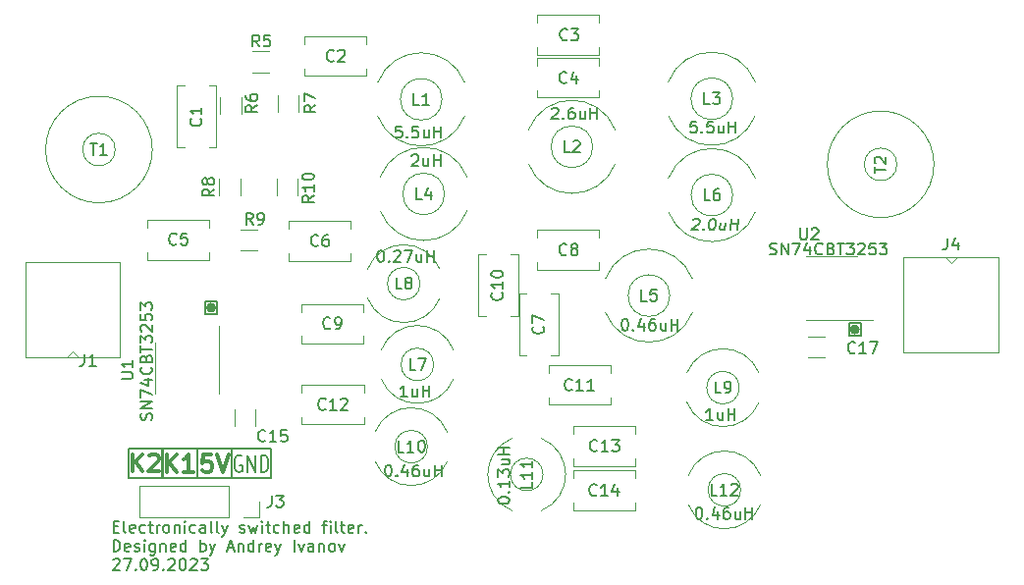
<source format=gbr>
%TF.GenerationSoftware,KiCad,Pcbnew,7.0.1*%
%TF.CreationDate,2023-11-10T11:44:35+00:00*%
%TF.ProjectId,Filter,46696c74-6572-42e6-9b69-6361645f7063,rev?*%
%TF.SameCoordinates,Original*%
%TF.FileFunction,Legend,Top*%
%TF.FilePolarity,Positive*%
%FSLAX45Y45*%
G04 Gerber Fmt 4.5, Leading zero omitted, Abs format (unit mm)*
G04 Created by KiCad (PCBNEW 7.0.1) date 2023-11-10 11:44:35*
%MOMM*%
%LPD*%
G01*
G04 APERTURE LIST*
%ADD10C,0.150000*%
%ADD11C,0.442696*%
%ADD12C,0.300000*%
%ADD13C,0.200000*%
%ADD14C,0.120000*%
G04 APERTURE END LIST*
D10*
X18863000Y-8888500D02*
X18963000Y-8888500D01*
X18963000Y-8995500D01*
X18863000Y-8995500D01*
X18863000Y-8888500D01*
X13311000Y-8701000D02*
X13411000Y-8701000D01*
X13411000Y-8808000D01*
X13311000Y-8808000D01*
X13311000Y-8701000D01*
X12940460Y-9967500D02*
X12943000Y-9967500D01*
X12943000Y-10224500D01*
X12940460Y-10224500D01*
X12940460Y-9967500D01*
X13244000Y-9967000D02*
X13543000Y-9967000D01*
X13543000Y-10224000D01*
X13244000Y-10224000D01*
X13244000Y-9967000D01*
D11*
X18935135Y-8940500D02*
G75*
G03*
X18935135Y-8940500I-22135J0D01*
G01*
D10*
X12651000Y-9968000D02*
X13877000Y-9968000D01*
X13877000Y-10224000D01*
X12651000Y-10224000D01*
X12651000Y-9968000D01*
D11*
X13383135Y-8753000D02*
G75*
G03*
X13383135Y-8753000I-22135J0D01*
G01*
D10*
X12939000Y-9967000D02*
X13241000Y-9967000D01*
X13241000Y-10224000D01*
X12939000Y-10224000D01*
X12939000Y-9967000D01*
D12*
X12684714Y-10166643D02*
X12684714Y-10016643D01*
X12770428Y-10166643D02*
X12706143Y-10080929D01*
X12770428Y-10016643D02*
X12684714Y-10102357D01*
X12827571Y-10030929D02*
X12834714Y-10023786D01*
X12834714Y-10023786D02*
X12849000Y-10016643D01*
X12849000Y-10016643D02*
X12884714Y-10016643D01*
X12884714Y-10016643D02*
X12899000Y-10023786D01*
X12899000Y-10023786D02*
X12906143Y-10030929D01*
X12906143Y-10030929D02*
X12913286Y-10045214D01*
X12913286Y-10045214D02*
X12913286Y-10059500D01*
X12913286Y-10059500D02*
X12906143Y-10080929D01*
X12906143Y-10080929D02*
X12820428Y-10166643D01*
X12820428Y-10166643D02*
X12913286Y-10166643D01*
D10*
X12520809Y-10641381D02*
X12554143Y-10641381D01*
X12568428Y-10693762D02*
X12520809Y-10693762D01*
X12520809Y-10693762D02*
X12520809Y-10593762D01*
X12520809Y-10593762D02*
X12568428Y-10593762D01*
X12625571Y-10693762D02*
X12616048Y-10689000D01*
X12616048Y-10689000D02*
X12611286Y-10679476D01*
X12611286Y-10679476D02*
X12611286Y-10593762D01*
X12701762Y-10689000D02*
X12692238Y-10693762D01*
X12692238Y-10693762D02*
X12673190Y-10693762D01*
X12673190Y-10693762D02*
X12663667Y-10689000D01*
X12663667Y-10689000D02*
X12658905Y-10679476D01*
X12658905Y-10679476D02*
X12658905Y-10641381D01*
X12658905Y-10641381D02*
X12663667Y-10631857D01*
X12663667Y-10631857D02*
X12673190Y-10627095D01*
X12673190Y-10627095D02*
X12692238Y-10627095D01*
X12692238Y-10627095D02*
X12701762Y-10631857D01*
X12701762Y-10631857D02*
X12706524Y-10641381D01*
X12706524Y-10641381D02*
X12706524Y-10650905D01*
X12706524Y-10650905D02*
X12658905Y-10660429D01*
X12792238Y-10689000D02*
X12782714Y-10693762D01*
X12782714Y-10693762D02*
X12763667Y-10693762D01*
X12763667Y-10693762D02*
X12754143Y-10689000D01*
X12754143Y-10689000D02*
X12749381Y-10684238D01*
X12749381Y-10684238D02*
X12744619Y-10674714D01*
X12744619Y-10674714D02*
X12744619Y-10646143D01*
X12744619Y-10646143D02*
X12749381Y-10636619D01*
X12749381Y-10636619D02*
X12754143Y-10631857D01*
X12754143Y-10631857D02*
X12763667Y-10627095D01*
X12763667Y-10627095D02*
X12782714Y-10627095D01*
X12782714Y-10627095D02*
X12792238Y-10631857D01*
X12820810Y-10627095D02*
X12858905Y-10627095D01*
X12835095Y-10593762D02*
X12835095Y-10679476D01*
X12835095Y-10679476D02*
X12839857Y-10689000D01*
X12839857Y-10689000D02*
X12849381Y-10693762D01*
X12849381Y-10693762D02*
X12858905Y-10693762D01*
X12892238Y-10693762D02*
X12892238Y-10627095D01*
X12892238Y-10646143D02*
X12897000Y-10636619D01*
X12897000Y-10636619D02*
X12901762Y-10631857D01*
X12901762Y-10631857D02*
X12911286Y-10627095D01*
X12911286Y-10627095D02*
X12920810Y-10627095D01*
X12968429Y-10693762D02*
X12958905Y-10689000D01*
X12958905Y-10689000D02*
X12954143Y-10684238D01*
X12954143Y-10684238D02*
X12949381Y-10674714D01*
X12949381Y-10674714D02*
X12949381Y-10646143D01*
X12949381Y-10646143D02*
X12954143Y-10636619D01*
X12954143Y-10636619D02*
X12958905Y-10631857D01*
X12958905Y-10631857D02*
X12968429Y-10627095D01*
X12968429Y-10627095D02*
X12982714Y-10627095D01*
X12982714Y-10627095D02*
X12992238Y-10631857D01*
X12992238Y-10631857D02*
X12997000Y-10636619D01*
X12997000Y-10636619D02*
X13001762Y-10646143D01*
X13001762Y-10646143D02*
X13001762Y-10674714D01*
X13001762Y-10674714D02*
X12997000Y-10684238D01*
X12997000Y-10684238D02*
X12992238Y-10689000D01*
X12992238Y-10689000D02*
X12982714Y-10693762D01*
X12982714Y-10693762D02*
X12968429Y-10693762D01*
X13044619Y-10627095D02*
X13044619Y-10693762D01*
X13044619Y-10636619D02*
X13049381Y-10631857D01*
X13049381Y-10631857D02*
X13058905Y-10627095D01*
X13058905Y-10627095D02*
X13073191Y-10627095D01*
X13073191Y-10627095D02*
X13082714Y-10631857D01*
X13082714Y-10631857D02*
X13087476Y-10641381D01*
X13087476Y-10641381D02*
X13087476Y-10693762D01*
X13135095Y-10693762D02*
X13135095Y-10627095D01*
X13135095Y-10593762D02*
X13130333Y-10598524D01*
X13130333Y-10598524D02*
X13135095Y-10603286D01*
X13135095Y-10603286D02*
X13139857Y-10598524D01*
X13139857Y-10598524D02*
X13135095Y-10593762D01*
X13135095Y-10593762D02*
X13135095Y-10603286D01*
X13225571Y-10689000D02*
X13216048Y-10693762D01*
X13216048Y-10693762D02*
X13197000Y-10693762D01*
X13197000Y-10693762D02*
X13187476Y-10689000D01*
X13187476Y-10689000D02*
X13182714Y-10684238D01*
X13182714Y-10684238D02*
X13177952Y-10674714D01*
X13177952Y-10674714D02*
X13177952Y-10646143D01*
X13177952Y-10646143D02*
X13182714Y-10636619D01*
X13182714Y-10636619D02*
X13187476Y-10631857D01*
X13187476Y-10631857D02*
X13197000Y-10627095D01*
X13197000Y-10627095D02*
X13216048Y-10627095D01*
X13216048Y-10627095D02*
X13225571Y-10631857D01*
X13311286Y-10693762D02*
X13311286Y-10641381D01*
X13311286Y-10641381D02*
X13306524Y-10631857D01*
X13306524Y-10631857D02*
X13297000Y-10627095D01*
X13297000Y-10627095D02*
X13277952Y-10627095D01*
X13277952Y-10627095D02*
X13268429Y-10631857D01*
X13311286Y-10689000D02*
X13301762Y-10693762D01*
X13301762Y-10693762D02*
X13277952Y-10693762D01*
X13277952Y-10693762D02*
X13268429Y-10689000D01*
X13268429Y-10689000D02*
X13263667Y-10679476D01*
X13263667Y-10679476D02*
X13263667Y-10669952D01*
X13263667Y-10669952D02*
X13268429Y-10660429D01*
X13268429Y-10660429D02*
X13277952Y-10655667D01*
X13277952Y-10655667D02*
X13301762Y-10655667D01*
X13301762Y-10655667D02*
X13311286Y-10650905D01*
X13373191Y-10693762D02*
X13363667Y-10689000D01*
X13363667Y-10689000D02*
X13358905Y-10679476D01*
X13358905Y-10679476D02*
X13358905Y-10593762D01*
X13425572Y-10693762D02*
X13416048Y-10689000D01*
X13416048Y-10689000D02*
X13411286Y-10679476D01*
X13411286Y-10679476D02*
X13411286Y-10593762D01*
X13454143Y-10627095D02*
X13477953Y-10693762D01*
X13501762Y-10627095D02*
X13477953Y-10693762D01*
X13477953Y-10693762D02*
X13468429Y-10717571D01*
X13468429Y-10717571D02*
X13463667Y-10722333D01*
X13463667Y-10722333D02*
X13454143Y-10727095D01*
X13611286Y-10689000D02*
X13620810Y-10693762D01*
X13620810Y-10693762D02*
X13639857Y-10693762D01*
X13639857Y-10693762D02*
X13649381Y-10689000D01*
X13649381Y-10689000D02*
X13654143Y-10679476D01*
X13654143Y-10679476D02*
X13654143Y-10674714D01*
X13654143Y-10674714D02*
X13649381Y-10665190D01*
X13649381Y-10665190D02*
X13639857Y-10660429D01*
X13639857Y-10660429D02*
X13625572Y-10660429D01*
X13625572Y-10660429D02*
X13616048Y-10655667D01*
X13616048Y-10655667D02*
X13611286Y-10646143D01*
X13611286Y-10646143D02*
X13611286Y-10641381D01*
X13611286Y-10641381D02*
X13616048Y-10631857D01*
X13616048Y-10631857D02*
X13625572Y-10627095D01*
X13625572Y-10627095D02*
X13639857Y-10627095D01*
X13639857Y-10627095D02*
X13649381Y-10631857D01*
X13687476Y-10627095D02*
X13706524Y-10693762D01*
X13706524Y-10693762D02*
X13725572Y-10646143D01*
X13725572Y-10646143D02*
X13744619Y-10693762D01*
X13744619Y-10693762D02*
X13763667Y-10627095D01*
X13801762Y-10693762D02*
X13801762Y-10627095D01*
X13801762Y-10593762D02*
X13797000Y-10598524D01*
X13797000Y-10598524D02*
X13801762Y-10603286D01*
X13801762Y-10603286D02*
X13806524Y-10598524D01*
X13806524Y-10598524D02*
X13801762Y-10593762D01*
X13801762Y-10593762D02*
X13801762Y-10603286D01*
X13835095Y-10627095D02*
X13873191Y-10627095D01*
X13849381Y-10593762D02*
X13849381Y-10679476D01*
X13849381Y-10679476D02*
X13854143Y-10689000D01*
X13854143Y-10689000D02*
X13863667Y-10693762D01*
X13863667Y-10693762D02*
X13873191Y-10693762D01*
X13949381Y-10689000D02*
X13939857Y-10693762D01*
X13939857Y-10693762D02*
X13920810Y-10693762D01*
X13920810Y-10693762D02*
X13911286Y-10689000D01*
X13911286Y-10689000D02*
X13906524Y-10684238D01*
X13906524Y-10684238D02*
X13901762Y-10674714D01*
X13901762Y-10674714D02*
X13901762Y-10646143D01*
X13901762Y-10646143D02*
X13906524Y-10636619D01*
X13906524Y-10636619D02*
X13911286Y-10631857D01*
X13911286Y-10631857D02*
X13920810Y-10627095D01*
X13920810Y-10627095D02*
X13939857Y-10627095D01*
X13939857Y-10627095D02*
X13949381Y-10631857D01*
X13992238Y-10693762D02*
X13992238Y-10593762D01*
X14035095Y-10693762D02*
X14035095Y-10641381D01*
X14035095Y-10641381D02*
X14030334Y-10631857D01*
X14030334Y-10631857D02*
X14020810Y-10627095D01*
X14020810Y-10627095D02*
X14006524Y-10627095D01*
X14006524Y-10627095D02*
X13997000Y-10631857D01*
X13997000Y-10631857D02*
X13992238Y-10636619D01*
X14120810Y-10689000D02*
X14111286Y-10693762D01*
X14111286Y-10693762D02*
X14092238Y-10693762D01*
X14092238Y-10693762D02*
X14082715Y-10689000D01*
X14082715Y-10689000D02*
X14077953Y-10679476D01*
X14077953Y-10679476D02*
X14077953Y-10641381D01*
X14077953Y-10641381D02*
X14082715Y-10631857D01*
X14082715Y-10631857D02*
X14092238Y-10627095D01*
X14092238Y-10627095D02*
X14111286Y-10627095D01*
X14111286Y-10627095D02*
X14120810Y-10631857D01*
X14120810Y-10631857D02*
X14125572Y-10641381D01*
X14125572Y-10641381D02*
X14125572Y-10650905D01*
X14125572Y-10650905D02*
X14077953Y-10660429D01*
X14211286Y-10693762D02*
X14211286Y-10593762D01*
X14211286Y-10689000D02*
X14201762Y-10693762D01*
X14201762Y-10693762D02*
X14182715Y-10693762D01*
X14182715Y-10693762D02*
X14173191Y-10689000D01*
X14173191Y-10689000D02*
X14168429Y-10684238D01*
X14168429Y-10684238D02*
X14163667Y-10674714D01*
X14163667Y-10674714D02*
X14163667Y-10646143D01*
X14163667Y-10646143D02*
X14168429Y-10636619D01*
X14168429Y-10636619D02*
X14173191Y-10631857D01*
X14173191Y-10631857D02*
X14182715Y-10627095D01*
X14182715Y-10627095D02*
X14201762Y-10627095D01*
X14201762Y-10627095D02*
X14211286Y-10631857D01*
X14320810Y-10627095D02*
X14358905Y-10627095D01*
X14335096Y-10693762D02*
X14335096Y-10608048D01*
X14335096Y-10608048D02*
X14339857Y-10598524D01*
X14339857Y-10598524D02*
X14349381Y-10593762D01*
X14349381Y-10593762D02*
X14358905Y-10593762D01*
X14392238Y-10693762D02*
X14392238Y-10627095D01*
X14392238Y-10593762D02*
X14387477Y-10598524D01*
X14387477Y-10598524D02*
X14392238Y-10603286D01*
X14392238Y-10603286D02*
X14397000Y-10598524D01*
X14397000Y-10598524D02*
X14392238Y-10593762D01*
X14392238Y-10593762D02*
X14392238Y-10603286D01*
X14454143Y-10693762D02*
X14444619Y-10689000D01*
X14444619Y-10689000D02*
X14439857Y-10679476D01*
X14439857Y-10679476D02*
X14439857Y-10593762D01*
X14477953Y-10627095D02*
X14516048Y-10627095D01*
X14492238Y-10593762D02*
X14492238Y-10679476D01*
X14492238Y-10679476D02*
X14497000Y-10689000D01*
X14497000Y-10689000D02*
X14506524Y-10693762D01*
X14506524Y-10693762D02*
X14516048Y-10693762D01*
X14587477Y-10689000D02*
X14577953Y-10693762D01*
X14577953Y-10693762D02*
X14558905Y-10693762D01*
X14558905Y-10693762D02*
X14549381Y-10689000D01*
X14549381Y-10689000D02*
X14544619Y-10679476D01*
X14544619Y-10679476D02*
X14544619Y-10641381D01*
X14544619Y-10641381D02*
X14549381Y-10631857D01*
X14549381Y-10631857D02*
X14558905Y-10627095D01*
X14558905Y-10627095D02*
X14577953Y-10627095D01*
X14577953Y-10627095D02*
X14587477Y-10631857D01*
X14587477Y-10631857D02*
X14592238Y-10641381D01*
X14592238Y-10641381D02*
X14592238Y-10650905D01*
X14592238Y-10650905D02*
X14544619Y-10660429D01*
X14635096Y-10693762D02*
X14635096Y-10627095D01*
X14635096Y-10646143D02*
X14639858Y-10636619D01*
X14639858Y-10636619D02*
X14644619Y-10631857D01*
X14644619Y-10631857D02*
X14654143Y-10627095D01*
X14654143Y-10627095D02*
X14663667Y-10627095D01*
X14697000Y-10684238D02*
X14701762Y-10689000D01*
X14701762Y-10689000D02*
X14697000Y-10693762D01*
X14697000Y-10693762D02*
X14692239Y-10689000D01*
X14692239Y-10689000D02*
X14697000Y-10684238D01*
X14697000Y-10684238D02*
X14697000Y-10693762D01*
X12520809Y-10855762D02*
X12520809Y-10755762D01*
X12520809Y-10755762D02*
X12544619Y-10755762D01*
X12544619Y-10755762D02*
X12558905Y-10760524D01*
X12558905Y-10760524D02*
X12568428Y-10770048D01*
X12568428Y-10770048D02*
X12573190Y-10779571D01*
X12573190Y-10779571D02*
X12577952Y-10798619D01*
X12577952Y-10798619D02*
X12577952Y-10812905D01*
X12577952Y-10812905D02*
X12573190Y-10831952D01*
X12573190Y-10831952D02*
X12568428Y-10841476D01*
X12568428Y-10841476D02*
X12558905Y-10851000D01*
X12558905Y-10851000D02*
X12544619Y-10855762D01*
X12544619Y-10855762D02*
X12520809Y-10855762D01*
X12658905Y-10851000D02*
X12649381Y-10855762D01*
X12649381Y-10855762D02*
X12630333Y-10855762D01*
X12630333Y-10855762D02*
X12620809Y-10851000D01*
X12620809Y-10851000D02*
X12616048Y-10841476D01*
X12616048Y-10841476D02*
X12616048Y-10803381D01*
X12616048Y-10803381D02*
X12620809Y-10793857D01*
X12620809Y-10793857D02*
X12630333Y-10789095D01*
X12630333Y-10789095D02*
X12649381Y-10789095D01*
X12649381Y-10789095D02*
X12658905Y-10793857D01*
X12658905Y-10793857D02*
X12663667Y-10803381D01*
X12663667Y-10803381D02*
X12663667Y-10812905D01*
X12663667Y-10812905D02*
X12616048Y-10822429D01*
X12701762Y-10851000D02*
X12711286Y-10855762D01*
X12711286Y-10855762D02*
X12730333Y-10855762D01*
X12730333Y-10855762D02*
X12739857Y-10851000D01*
X12739857Y-10851000D02*
X12744619Y-10841476D01*
X12744619Y-10841476D02*
X12744619Y-10836714D01*
X12744619Y-10836714D02*
X12739857Y-10827190D01*
X12739857Y-10827190D02*
X12730333Y-10822429D01*
X12730333Y-10822429D02*
X12716048Y-10822429D01*
X12716048Y-10822429D02*
X12706524Y-10817667D01*
X12706524Y-10817667D02*
X12701762Y-10808143D01*
X12701762Y-10808143D02*
X12701762Y-10803381D01*
X12701762Y-10803381D02*
X12706524Y-10793857D01*
X12706524Y-10793857D02*
X12716048Y-10789095D01*
X12716048Y-10789095D02*
X12730333Y-10789095D01*
X12730333Y-10789095D02*
X12739857Y-10793857D01*
X12787476Y-10855762D02*
X12787476Y-10789095D01*
X12787476Y-10755762D02*
X12782714Y-10760524D01*
X12782714Y-10760524D02*
X12787476Y-10765286D01*
X12787476Y-10765286D02*
X12792238Y-10760524D01*
X12792238Y-10760524D02*
X12787476Y-10755762D01*
X12787476Y-10755762D02*
X12787476Y-10765286D01*
X12877952Y-10789095D02*
X12877952Y-10870048D01*
X12877952Y-10870048D02*
X12873190Y-10879571D01*
X12873190Y-10879571D02*
X12868428Y-10884333D01*
X12868428Y-10884333D02*
X12858905Y-10889095D01*
X12858905Y-10889095D02*
X12844619Y-10889095D01*
X12844619Y-10889095D02*
X12835095Y-10884333D01*
X12877952Y-10851000D02*
X12868428Y-10855762D01*
X12868428Y-10855762D02*
X12849381Y-10855762D01*
X12849381Y-10855762D02*
X12839857Y-10851000D01*
X12839857Y-10851000D02*
X12835095Y-10846238D01*
X12835095Y-10846238D02*
X12830333Y-10836714D01*
X12830333Y-10836714D02*
X12830333Y-10808143D01*
X12830333Y-10808143D02*
X12835095Y-10798619D01*
X12835095Y-10798619D02*
X12839857Y-10793857D01*
X12839857Y-10793857D02*
X12849381Y-10789095D01*
X12849381Y-10789095D02*
X12868428Y-10789095D01*
X12868428Y-10789095D02*
X12877952Y-10793857D01*
X12925571Y-10789095D02*
X12925571Y-10855762D01*
X12925571Y-10798619D02*
X12930333Y-10793857D01*
X12930333Y-10793857D02*
X12939857Y-10789095D01*
X12939857Y-10789095D02*
X12954143Y-10789095D01*
X12954143Y-10789095D02*
X12963667Y-10793857D01*
X12963667Y-10793857D02*
X12968428Y-10803381D01*
X12968428Y-10803381D02*
X12968428Y-10855762D01*
X13054143Y-10851000D02*
X13044619Y-10855762D01*
X13044619Y-10855762D02*
X13025571Y-10855762D01*
X13025571Y-10855762D02*
X13016048Y-10851000D01*
X13016048Y-10851000D02*
X13011286Y-10841476D01*
X13011286Y-10841476D02*
X13011286Y-10803381D01*
X13011286Y-10803381D02*
X13016048Y-10793857D01*
X13016048Y-10793857D02*
X13025571Y-10789095D01*
X13025571Y-10789095D02*
X13044619Y-10789095D01*
X13044619Y-10789095D02*
X13054143Y-10793857D01*
X13054143Y-10793857D02*
X13058905Y-10803381D01*
X13058905Y-10803381D02*
X13058905Y-10812905D01*
X13058905Y-10812905D02*
X13011286Y-10822429D01*
X13144619Y-10855762D02*
X13144619Y-10755762D01*
X13144619Y-10851000D02*
X13135095Y-10855762D01*
X13135095Y-10855762D02*
X13116048Y-10855762D01*
X13116048Y-10855762D02*
X13106524Y-10851000D01*
X13106524Y-10851000D02*
X13101762Y-10846238D01*
X13101762Y-10846238D02*
X13097000Y-10836714D01*
X13097000Y-10836714D02*
X13097000Y-10808143D01*
X13097000Y-10808143D02*
X13101762Y-10798619D01*
X13101762Y-10798619D02*
X13106524Y-10793857D01*
X13106524Y-10793857D02*
X13116048Y-10789095D01*
X13116048Y-10789095D02*
X13135095Y-10789095D01*
X13135095Y-10789095D02*
X13144619Y-10793857D01*
X13268429Y-10855762D02*
X13268429Y-10755762D01*
X13268429Y-10793857D02*
X13277952Y-10789095D01*
X13277952Y-10789095D02*
X13297000Y-10789095D01*
X13297000Y-10789095D02*
X13306524Y-10793857D01*
X13306524Y-10793857D02*
X13311286Y-10798619D01*
X13311286Y-10798619D02*
X13316048Y-10808143D01*
X13316048Y-10808143D02*
X13316048Y-10836714D01*
X13316048Y-10836714D02*
X13311286Y-10846238D01*
X13311286Y-10846238D02*
X13306524Y-10851000D01*
X13306524Y-10851000D02*
X13297000Y-10855762D01*
X13297000Y-10855762D02*
X13277952Y-10855762D01*
X13277952Y-10855762D02*
X13268429Y-10851000D01*
X13349381Y-10789095D02*
X13373190Y-10855762D01*
X13397000Y-10789095D02*
X13373190Y-10855762D01*
X13373190Y-10855762D02*
X13363667Y-10879571D01*
X13363667Y-10879571D02*
X13358905Y-10884333D01*
X13358905Y-10884333D02*
X13349381Y-10889095D01*
X13506524Y-10827190D02*
X13554143Y-10827190D01*
X13497000Y-10855762D02*
X13530333Y-10755762D01*
X13530333Y-10755762D02*
X13563667Y-10855762D01*
X13597000Y-10789095D02*
X13597000Y-10855762D01*
X13597000Y-10798619D02*
X13601762Y-10793857D01*
X13601762Y-10793857D02*
X13611286Y-10789095D01*
X13611286Y-10789095D02*
X13625571Y-10789095D01*
X13625571Y-10789095D02*
X13635095Y-10793857D01*
X13635095Y-10793857D02*
X13639857Y-10803381D01*
X13639857Y-10803381D02*
X13639857Y-10855762D01*
X13730333Y-10855762D02*
X13730333Y-10755762D01*
X13730333Y-10851000D02*
X13720810Y-10855762D01*
X13720810Y-10855762D02*
X13701762Y-10855762D01*
X13701762Y-10855762D02*
X13692238Y-10851000D01*
X13692238Y-10851000D02*
X13687476Y-10846238D01*
X13687476Y-10846238D02*
X13682714Y-10836714D01*
X13682714Y-10836714D02*
X13682714Y-10808143D01*
X13682714Y-10808143D02*
X13687476Y-10798619D01*
X13687476Y-10798619D02*
X13692238Y-10793857D01*
X13692238Y-10793857D02*
X13701762Y-10789095D01*
X13701762Y-10789095D02*
X13720810Y-10789095D01*
X13720810Y-10789095D02*
X13730333Y-10793857D01*
X13777952Y-10855762D02*
X13777952Y-10789095D01*
X13777952Y-10808143D02*
X13782714Y-10798619D01*
X13782714Y-10798619D02*
X13787476Y-10793857D01*
X13787476Y-10793857D02*
X13797000Y-10789095D01*
X13797000Y-10789095D02*
X13806524Y-10789095D01*
X13877952Y-10851000D02*
X13868429Y-10855762D01*
X13868429Y-10855762D02*
X13849381Y-10855762D01*
X13849381Y-10855762D02*
X13839857Y-10851000D01*
X13839857Y-10851000D02*
X13835095Y-10841476D01*
X13835095Y-10841476D02*
X13835095Y-10803381D01*
X13835095Y-10803381D02*
X13839857Y-10793857D01*
X13839857Y-10793857D02*
X13849381Y-10789095D01*
X13849381Y-10789095D02*
X13868429Y-10789095D01*
X13868429Y-10789095D02*
X13877952Y-10793857D01*
X13877952Y-10793857D02*
X13882714Y-10803381D01*
X13882714Y-10803381D02*
X13882714Y-10812905D01*
X13882714Y-10812905D02*
X13835095Y-10822429D01*
X13916048Y-10789095D02*
X13939857Y-10855762D01*
X13963667Y-10789095D02*
X13939857Y-10855762D01*
X13939857Y-10855762D02*
X13930333Y-10879571D01*
X13930333Y-10879571D02*
X13925572Y-10884333D01*
X13925572Y-10884333D02*
X13916048Y-10889095D01*
X14077953Y-10855762D02*
X14077953Y-10755762D01*
X14116048Y-10789095D02*
X14139857Y-10855762D01*
X14139857Y-10855762D02*
X14163667Y-10789095D01*
X14244619Y-10855762D02*
X14244619Y-10803381D01*
X14244619Y-10803381D02*
X14239857Y-10793857D01*
X14239857Y-10793857D02*
X14230333Y-10789095D01*
X14230333Y-10789095D02*
X14211286Y-10789095D01*
X14211286Y-10789095D02*
X14201762Y-10793857D01*
X14244619Y-10851000D02*
X14235095Y-10855762D01*
X14235095Y-10855762D02*
X14211286Y-10855762D01*
X14211286Y-10855762D02*
X14201762Y-10851000D01*
X14201762Y-10851000D02*
X14197000Y-10841476D01*
X14197000Y-10841476D02*
X14197000Y-10831952D01*
X14197000Y-10831952D02*
X14201762Y-10822429D01*
X14201762Y-10822429D02*
X14211286Y-10817667D01*
X14211286Y-10817667D02*
X14235095Y-10817667D01*
X14235095Y-10817667D02*
X14244619Y-10812905D01*
X14292238Y-10789095D02*
X14292238Y-10855762D01*
X14292238Y-10798619D02*
X14297000Y-10793857D01*
X14297000Y-10793857D02*
X14306524Y-10789095D01*
X14306524Y-10789095D02*
X14320810Y-10789095D01*
X14320810Y-10789095D02*
X14330333Y-10793857D01*
X14330333Y-10793857D02*
X14335095Y-10803381D01*
X14335095Y-10803381D02*
X14335095Y-10855762D01*
X14397000Y-10855762D02*
X14387476Y-10851000D01*
X14387476Y-10851000D02*
X14382714Y-10846238D01*
X14382714Y-10846238D02*
X14377953Y-10836714D01*
X14377953Y-10836714D02*
X14377953Y-10808143D01*
X14377953Y-10808143D02*
X14382714Y-10798619D01*
X14382714Y-10798619D02*
X14387476Y-10793857D01*
X14387476Y-10793857D02*
X14397000Y-10789095D01*
X14397000Y-10789095D02*
X14411286Y-10789095D01*
X14411286Y-10789095D02*
X14420810Y-10793857D01*
X14420810Y-10793857D02*
X14425572Y-10798619D01*
X14425572Y-10798619D02*
X14430333Y-10808143D01*
X14430333Y-10808143D02*
X14430333Y-10836714D01*
X14430333Y-10836714D02*
X14425572Y-10846238D01*
X14425572Y-10846238D02*
X14420810Y-10851000D01*
X14420810Y-10851000D02*
X14411286Y-10855762D01*
X14411286Y-10855762D02*
X14397000Y-10855762D01*
X14463667Y-10789095D02*
X14487476Y-10855762D01*
X14487476Y-10855762D02*
X14511286Y-10789095D01*
X12516048Y-10927286D02*
X12520809Y-10922524D01*
X12520809Y-10922524D02*
X12530333Y-10917762D01*
X12530333Y-10917762D02*
X12554143Y-10917762D01*
X12554143Y-10917762D02*
X12563667Y-10922524D01*
X12563667Y-10922524D02*
X12568428Y-10927286D01*
X12568428Y-10927286D02*
X12573190Y-10936810D01*
X12573190Y-10936810D02*
X12573190Y-10946333D01*
X12573190Y-10946333D02*
X12568428Y-10960619D01*
X12568428Y-10960619D02*
X12511286Y-11017762D01*
X12511286Y-11017762D02*
X12573190Y-11017762D01*
X12606524Y-10917762D02*
X12673190Y-10917762D01*
X12673190Y-10917762D02*
X12630333Y-11017762D01*
X12711286Y-11008238D02*
X12716048Y-11013000D01*
X12716048Y-11013000D02*
X12711286Y-11017762D01*
X12711286Y-11017762D02*
X12706524Y-11013000D01*
X12706524Y-11013000D02*
X12711286Y-11008238D01*
X12711286Y-11008238D02*
X12711286Y-11017762D01*
X12777952Y-10917762D02*
X12787476Y-10917762D01*
X12787476Y-10917762D02*
X12797000Y-10922524D01*
X12797000Y-10922524D02*
X12801762Y-10927286D01*
X12801762Y-10927286D02*
X12806524Y-10936810D01*
X12806524Y-10936810D02*
X12811286Y-10955857D01*
X12811286Y-10955857D02*
X12811286Y-10979667D01*
X12811286Y-10979667D02*
X12806524Y-10998714D01*
X12806524Y-10998714D02*
X12801762Y-11008238D01*
X12801762Y-11008238D02*
X12797000Y-11013000D01*
X12797000Y-11013000D02*
X12787476Y-11017762D01*
X12787476Y-11017762D02*
X12777952Y-11017762D01*
X12777952Y-11017762D02*
X12768428Y-11013000D01*
X12768428Y-11013000D02*
X12763667Y-11008238D01*
X12763667Y-11008238D02*
X12758905Y-10998714D01*
X12758905Y-10998714D02*
X12754143Y-10979667D01*
X12754143Y-10979667D02*
X12754143Y-10955857D01*
X12754143Y-10955857D02*
X12758905Y-10936810D01*
X12758905Y-10936810D02*
X12763667Y-10927286D01*
X12763667Y-10927286D02*
X12768428Y-10922524D01*
X12768428Y-10922524D02*
X12777952Y-10917762D01*
X12858905Y-11017762D02*
X12877952Y-11017762D01*
X12877952Y-11017762D02*
X12887476Y-11013000D01*
X12887476Y-11013000D02*
X12892238Y-11008238D01*
X12892238Y-11008238D02*
X12901762Y-10993952D01*
X12901762Y-10993952D02*
X12906524Y-10974905D01*
X12906524Y-10974905D02*
X12906524Y-10936810D01*
X12906524Y-10936810D02*
X12901762Y-10927286D01*
X12901762Y-10927286D02*
X12897000Y-10922524D01*
X12897000Y-10922524D02*
X12887476Y-10917762D01*
X12887476Y-10917762D02*
X12868428Y-10917762D01*
X12868428Y-10917762D02*
X12858905Y-10922524D01*
X12858905Y-10922524D02*
X12854143Y-10927286D01*
X12854143Y-10927286D02*
X12849381Y-10936810D01*
X12849381Y-10936810D02*
X12849381Y-10960619D01*
X12849381Y-10960619D02*
X12854143Y-10970143D01*
X12854143Y-10970143D02*
X12858905Y-10974905D01*
X12858905Y-10974905D02*
X12868428Y-10979667D01*
X12868428Y-10979667D02*
X12887476Y-10979667D01*
X12887476Y-10979667D02*
X12897000Y-10974905D01*
X12897000Y-10974905D02*
X12901762Y-10970143D01*
X12901762Y-10970143D02*
X12906524Y-10960619D01*
X12949381Y-11008238D02*
X12954143Y-11013000D01*
X12954143Y-11013000D02*
X12949381Y-11017762D01*
X12949381Y-11017762D02*
X12944619Y-11013000D01*
X12944619Y-11013000D02*
X12949381Y-11008238D01*
X12949381Y-11008238D02*
X12949381Y-11017762D01*
X12992238Y-10927286D02*
X12997000Y-10922524D01*
X12997000Y-10922524D02*
X13006524Y-10917762D01*
X13006524Y-10917762D02*
X13030333Y-10917762D01*
X13030333Y-10917762D02*
X13039857Y-10922524D01*
X13039857Y-10922524D02*
X13044619Y-10927286D01*
X13044619Y-10927286D02*
X13049381Y-10936810D01*
X13049381Y-10936810D02*
X13049381Y-10946333D01*
X13049381Y-10946333D02*
X13044619Y-10960619D01*
X13044619Y-10960619D02*
X12987476Y-11017762D01*
X12987476Y-11017762D02*
X13049381Y-11017762D01*
X13111286Y-10917762D02*
X13120809Y-10917762D01*
X13120809Y-10917762D02*
X13130333Y-10922524D01*
X13130333Y-10922524D02*
X13135095Y-10927286D01*
X13135095Y-10927286D02*
X13139857Y-10936810D01*
X13139857Y-10936810D02*
X13144619Y-10955857D01*
X13144619Y-10955857D02*
X13144619Y-10979667D01*
X13144619Y-10979667D02*
X13139857Y-10998714D01*
X13139857Y-10998714D02*
X13135095Y-11008238D01*
X13135095Y-11008238D02*
X13130333Y-11013000D01*
X13130333Y-11013000D02*
X13120809Y-11017762D01*
X13120809Y-11017762D02*
X13111286Y-11017762D01*
X13111286Y-11017762D02*
X13101762Y-11013000D01*
X13101762Y-11013000D02*
X13097000Y-11008238D01*
X13097000Y-11008238D02*
X13092238Y-10998714D01*
X13092238Y-10998714D02*
X13087476Y-10979667D01*
X13087476Y-10979667D02*
X13087476Y-10955857D01*
X13087476Y-10955857D02*
X13092238Y-10936810D01*
X13092238Y-10936810D02*
X13097000Y-10927286D01*
X13097000Y-10927286D02*
X13101762Y-10922524D01*
X13101762Y-10922524D02*
X13111286Y-10917762D01*
X13182714Y-10927286D02*
X13187476Y-10922524D01*
X13187476Y-10922524D02*
X13197000Y-10917762D01*
X13197000Y-10917762D02*
X13220809Y-10917762D01*
X13220809Y-10917762D02*
X13230333Y-10922524D01*
X13230333Y-10922524D02*
X13235095Y-10927286D01*
X13235095Y-10927286D02*
X13239857Y-10936810D01*
X13239857Y-10936810D02*
X13239857Y-10946333D01*
X13239857Y-10946333D02*
X13235095Y-10960619D01*
X13235095Y-10960619D02*
X13177952Y-11017762D01*
X13177952Y-11017762D02*
X13239857Y-11017762D01*
X13273190Y-10917762D02*
X13335095Y-10917762D01*
X13335095Y-10917762D02*
X13301762Y-10955857D01*
X13301762Y-10955857D02*
X13316047Y-10955857D01*
X13316047Y-10955857D02*
X13325571Y-10960619D01*
X13325571Y-10960619D02*
X13330333Y-10965381D01*
X13330333Y-10965381D02*
X13335095Y-10974905D01*
X13335095Y-10974905D02*
X13335095Y-10998714D01*
X13335095Y-10998714D02*
X13330333Y-11008238D01*
X13330333Y-11008238D02*
X13325571Y-11013000D01*
X13325571Y-11013000D02*
X13316047Y-11017762D01*
X13316047Y-11017762D02*
X13287476Y-11017762D01*
X13287476Y-11017762D02*
X13277952Y-11013000D01*
X13277952Y-11013000D02*
X13273190Y-11008238D01*
D12*
X13365143Y-10020643D02*
X13293714Y-10020643D01*
X13293714Y-10020643D02*
X13286571Y-10092071D01*
X13286571Y-10092071D02*
X13293714Y-10084929D01*
X13293714Y-10084929D02*
X13308000Y-10077786D01*
X13308000Y-10077786D02*
X13343714Y-10077786D01*
X13343714Y-10077786D02*
X13358000Y-10084929D01*
X13358000Y-10084929D02*
X13365143Y-10092071D01*
X13365143Y-10092071D02*
X13372286Y-10106357D01*
X13372286Y-10106357D02*
X13372286Y-10142071D01*
X13372286Y-10142071D02*
X13365143Y-10156357D01*
X13365143Y-10156357D02*
X13358000Y-10163500D01*
X13358000Y-10163500D02*
X13343714Y-10170643D01*
X13343714Y-10170643D02*
X13308000Y-10170643D01*
X13308000Y-10170643D02*
X13293714Y-10163500D01*
X13293714Y-10163500D02*
X13286571Y-10156357D01*
X13415143Y-10020643D02*
X13465143Y-10170643D01*
X13465143Y-10170643D02*
X13515143Y-10020643D01*
D13*
X13626809Y-10030786D02*
X13616333Y-10023643D01*
X13616333Y-10023643D02*
X13600619Y-10023643D01*
X13600619Y-10023643D02*
X13584905Y-10030786D01*
X13584905Y-10030786D02*
X13574428Y-10045071D01*
X13574428Y-10045071D02*
X13569190Y-10059357D01*
X13569190Y-10059357D02*
X13563952Y-10087929D01*
X13563952Y-10087929D02*
X13563952Y-10109357D01*
X13563952Y-10109357D02*
X13569190Y-10137929D01*
X13569190Y-10137929D02*
X13574428Y-10152214D01*
X13574428Y-10152214D02*
X13584905Y-10166500D01*
X13584905Y-10166500D02*
X13600619Y-10173643D01*
X13600619Y-10173643D02*
X13611095Y-10173643D01*
X13611095Y-10173643D02*
X13626809Y-10166500D01*
X13626809Y-10166500D02*
X13632048Y-10159357D01*
X13632048Y-10159357D02*
X13632048Y-10109357D01*
X13632048Y-10109357D02*
X13611095Y-10109357D01*
X13679190Y-10173643D02*
X13679190Y-10023643D01*
X13679190Y-10023643D02*
X13742048Y-10173643D01*
X13742048Y-10173643D02*
X13742048Y-10023643D01*
X13794428Y-10173643D02*
X13794428Y-10023643D01*
X13794428Y-10023643D02*
X13820619Y-10023643D01*
X13820619Y-10023643D02*
X13836333Y-10030786D01*
X13836333Y-10030786D02*
X13846809Y-10045071D01*
X13846809Y-10045071D02*
X13852048Y-10059357D01*
X13852048Y-10059357D02*
X13857286Y-10087929D01*
X13857286Y-10087929D02*
X13857286Y-10109357D01*
X13857286Y-10109357D02*
X13852048Y-10137929D01*
X13852048Y-10137929D02*
X13846809Y-10152214D01*
X13846809Y-10152214D02*
X13836333Y-10166500D01*
X13836333Y-10166500D02*
X13820619Y-10173643D01*
X13820619Y-10173643D02*
X13794428Y-10173643D01*
D12*
X12980714Y-10168643D02*
X12980714Y-10018643D01*
X13066428Y-10168643D02*
X13002143Y-10082929D01*
X13066428Y-10018643D02*
X12980714Y-10104357D01*
X13209286Y-10168643D02*
X13123571Y-10168643D01*
X13166428Y-10168643D02*
X13166428Y-10018643D01*
X13166428Y-10018643D02*
X13152143Y-10040071D01*
X13152143Y-10040071D02*
X13137857Y-10054357D01*
X13137857Y-10054357D02*
X13123571Y-10061500D01*
D10*
%TO.C,L7*%
X15124333Y-9289262D02*
X15076714Y-9289262D01*
X15076714Y-9289262D02*
X15076714Y-9189262D01*
X15148143Y-9189262D02*
X15214809Y-9189262D01*
X15214809Y-9189262D02*
X15171952Y-9289262D01*
X15053431Y-9522994D02*
X14996288Y-9522994D01*
X15024860Y-9522994D02*
X15024860Y-9422994D01*
X15024860Y-9422994D02*
X15015336Y-9437279D01*
X15015336Y-9437279D02*
X15005812Y-9446803D01*
X15005812Y-9446803D02*
X14996288Y-9451565D01*
X15139145Y-9456327D02*
X15139145Y-9522994D01*
X15096288Y-9456327D02*
X15096288Y-9508708D01*
X15096288Y-9508708D02*
X15101050Y-9518232D01*
X15101050Y-9518232D02*
X15110574Y-9522994D01*
X15110574Y-9522994D02*
X15124860Y-9522994D01*
X15124860Y-9522994D02*
X15134384Y-9518232D01*
X15134384Y-9518232D02*
X15139145Y-9513470D01*
X15186765Y-9522994D02*
X15186765Y-9422994D01*
X15186765Y-9470613D02*
X15243907Y-9470613D01*
X15243907Y-9522994D02*
X15243907Y-9422994D01*
%TO.C,L8*%
X15006333Y-8592262D02*
X14958714Y-8592262D01*
X14958714Y-8592262D02*
X14958714Y-8492262D01*
X15053952Y-8535119D02*
X15044429Y-8530357D01*
X15044429Y-8530357D02*
X15039667Y-8525595D01*
X15039667Y-8525595D02*
X15034905Y-8516071D01*
X15034905Y-8516071D02*
X15034905Y-8511310D01*
X15034905Y-8511310D02*
X15039667Y-8501786D01*
X15039667Y-8501786D02*
X15044429Y-8497024D01*
X15044429Y-8497024D02*
X15053952Y-8492262D01*
X15053952Y-8492262D02*
X15073000Y-8492262D01*
X15073000Y-8492262D02*
X15082524Y-8497024D01*
X15082524Y-8497024D02*
X15087286Y-8501786D01*
X15087286Y-8501786D02*
X15092048Y-8511310D01*
X15092048Y-8511310D02*
X15092048Y-8516071D01*
X15092048Y-8516071D02*
X15087286Y-8525595D01*
X15087286Y-8525595D02*
X15082524Y-8530357D01*
X15082524Y-8530357D02*
X15073000Y-8535119D01*
X15073000Y-8535119D02*
X15053952Y-8535119D01*
X15053952Y-8535119D02*
X15044429Y-8539881D01*
X15044429Y-8539881D02*
X15039667Y-8544643D01*
X15039667Y-8544643D02*
X15034905Y-8554167D01*
X15034905Y-8554167D02*
X15034905Y-8573214D01*
X15034905Y-8573214D02*
X15039667Y-8582738D01*
X15039667Y-8582738D02*
X15044429Y-8587500D01*
X15044429Y-8587500D02*
X15053952Y-8592262D01*
X15053952Y-8592262D02*
X15073000Y-8592262D01*
X15073000Y-8592262D02*
X15082524Y-8587500D01*
X15082524Y-8587500D02*
X15087286Y-8582738D01*
X15087286Y-8582738D02*
X15092048Y-8573214D01*
X15092048Y-8573214D02*
X15092048Y-8554167D01*
X15092048Y-8554167D02*
X15087286Y-8544643D01*
X15087286Y-8544643D02*
X15082524Y-8539881D01*
X15082524Y-8539881D02*
X15073000Y-8535119D01*
X14820093Y-8258530D02*
X14829616Y-8258530D01*
X14829616Y-8258530D02*
X14839140Y-8263292D01*
X14839140Y-8263292D02*
X14843902Y-8268054D01*
X14843902Y-8268054D02*
X14848664Y-8277578D01*
X14848664Y-8277578D02*
X14853426Y-8296625D01*
X14853426Y-8296625D02*
X14853426Y-8320435D01*
X14853426Y-8320435D02*
X14848664Y-8339483D01*
X14848664Y-8339483D02*
X14843902Y-8349006D01*
X14843902Y-8349006D02*
X14839140Y-8353768D01*
X14839140Y-8353768D02*
X14829616Y-8358530D01*
X14829616Y-8358530D02*
X14820093Y-8358530D01*
X14820093Y-8358530D02*
X14810569Y-8353768D01*
X14810569Y-8353768D02*
X14805807Y-8349006D01*
X14805807Y-8349006D02*
X14801045Y-8339483D01*
X14801045Y-8339483D02*
X14796283Y-8320435D01*
X14796283Y-8320435D02*
X14796283Y-8296625D01*
X14796283Y-8296625D02*
X14801045Y-8277578D01*
X14801045Y-8277578D02*
X14805807Y-8268054D01*
X14805807Y-8268054D02*
X14810569Y-8263292D01*
X14810569Y-8263292D02*
X14820093Y-8258530D01*
X14896283Y-8349006D02*
X14901045Y-8353768D01*
X14901045Y-8353768D02*
X14896283Y-8358530D01*
X14896283Y-8358530D02*
X14891521Y-8353768D01*
X14891521Y-8353768D02*
X14896283Y-8349006D01*
X14896283Y-8349006D02*
X14896283Y-8358530D01*
X14939140Y-8268054D02*
X14943902Y-8263292D01*
X14943902Y-8263292D02*
X14953426Y-8258530D01*
X14953426Y-8258530D02*
X14977235Y-8258530D01*
X14977235Y-8258530D02*
X14986759Y-8263292D01*
X14986759Y-8263292D02*
X14991521Y-8268054D01*
X14991521Y-8268054D02*
X14996283Y-8277578D01*
X14996283Y-8277578D02*
X14996283Y-8287102D01*
X14996283Y-8287102D02*
X14991521Y-8301387D01*
X14991521Y-8301387D02*
X14934378Y-8358530D01*
X14934378Y-8358530D02*
X14996283Y-8358530D01*
X15029616Y-8258530D02*
X15096283Y-8258530D01*
X15096283Y-8258530D02*
X15053426Y-8358530D01*
X15177235Y-8291864D02*
X15177235Y-8358530D01*
X15134378Y-8291864D02*
X15134378Y-8344244D01*
X15134378Y-8344244D02*
X15139140Y-8353768D01*
X15139140Y-8353768D02*
X15148664Y-8358530D01*
X15148664Y-8358530D02*
X15162950Y-8358530D01*
X15162950Y-8358530D02*
X15172473Y-8353768D01*
X15172473Y-8353768D02*
X15177235Y-8349006D01*
X15224854Y-8358530D02*
X15224854Y-8258530D01*
X15224854Y-8306149D02*
X15281997Y-8306149D01*
X15281997Y-8358530D02*
X15281997Y-8258530D01*
%TO.C,R10*%
X14248262Y-7784286D02*
X14200643Y-7817619D01*
X14248262Y-7841428D02*
X14148262Y-7841428D01*
X14148262Y-7841428D02*
X14148262Y-7803333D01*
X14148262Y-7803333D02*
X14153024Y-7793809D01*
X14153024Y-7793809D02*
X14157786Y-7789048D01*
X14157786Y-7789048D02*
X14167309Y-7784286D01*
X14167309Y-7784286D02*
X14181595Y-7784286D01*
X14181595Y-7784286D02*
X14191119Y-7789048D01*
X14191119Y-7789048D02*
X14195881Y-7793809D01*
X14195881Y-7793809D02*
X14200643Y-7803333D01*
X14200643Y-7803333D02*
X14200643Y-7841428D01*
X14248262Y-7689048D02*
X14248262Y-7746190D01*
X14248262Y-7717619D02*
X14148262Y-7717619D01*
X14148262Y-7717619D02*
X14162548Y-7727143D01*
X14162548Y-7727143D02*
X14172071Y-7736667D01*
X14172071Y-7736667D02*
X14176833Y-7746190D01*
X14148262Y-7627143D02*
X14148262Y-7617619D01*
X14148262Y-7617619D02*
X14153024Y-7608095D01*
X14153024Y-7608095D02*
X14157786Y-7603333D01*
X14157786Y-7603333D02*
X14167309Y-7598571D01*
X14167309Y-7598571D02*
X14186357Y-7593809D01*
X14186357Y-7593809D02*
X14210167Y-7593809D01*
X14210167Y-7593809D02*
X14229214Y-7598571D01*
X14229214Y-7598571D02*
X14238738Y-7603333D01*
X14238738Y-7603333D02*
X14243500Y-7608095D01*
X14243500Y-7608095D02*
X14248262Y-7617619D01*
X14248262Y-7617619D02*
X14248262Y-7627143D01*
X14248262Y-7627143D02*
X14243500Y-7636667D01*
X14243500Y-7636667D02*
X14238738Y-7641428D01*
X14238738Y-7641428D02*
X14229214Y-7646190D01*
X14229214Y-7646190D02*
X14210167Y-7650952D01*
X14210167Y-7650952D02*
X14186357Y-7650952D01*
X14186357Y-7650952D02*
X14167309Y-7646190D01*
X14167309Y-7646190D02*
X14157786Y-7641428D01*
X14157786Y-7641428D02*
X14153024Y-7636667D01*
X14153024Y-7636667D02*
X14148262Y-7627143D01*
%TO.C,C15*%
X13828714Y-9898738D02*
X13823952Y-9903500D01*
X13823952Y-9903500D02*
X13809667Y-9908262D01*
X13809667Y-9908262D02*
X13800143Y-9908262D01*
X13800143Y-9908262D02*
X13785857Y-9903500D01*
X13785857Y-9903500D02*
X13776333Y-9893976D01*
X13776333Y-9893976D02*
X13771571Y-9884452D01*
X13771571Y-9884452D02*
X13766809Y-9865405D01*
X13766809Y-9865405D02*
X13766809Y-9851119D01*
X13766809Y-9851119D02*
X13771571Y-9832071D01*
X13771571Y-9832071D02*
X13776333Y-9822548D01*
X13776333Y-9822548D02*
X13785857Y-9813024D01*
X13785857Y-9813024D02*
X13800143Y-9808262D01*
X13800143Y-9808262D02*
X13809667Y-9808262D01*
X13809667Y-9808262D02*
X13823952Y-9813024D01*
X13823952Y-9813024D02*
X13828714Y-9817786D01*
X13923952Y-9908262D02*
X13866809Y-9908262D01*
X13895381Y-9908262D02*
X13895381Y-9808262D01*
X13895381Y-9808262D02*
X13885857Y-9822548D01*
X13885857Y-9822548D02*
X13876333Y-9832071D01*
X13876333Y-9832071D02*
X13866809Y-9836833D01*
X14014428Y-9808262D02*
X13966809Y-9808262D01*
X13966809Y-9808262D02*
X13962048Y-9855881D01*
X13962048Y-9855881D02*
X13966809Y-9851119D01*
X13966809Y-9851119D02*
X13976333Y-9846357D01*
X13976333Y-9846357D02*
X14000143Y-9846357D01*
X14000143Y-9846357D02*
X14009667Y-9851119D01*
X14009667Y-9851119D02*
X14014428Y-9855881D01*
X14014428Y-9855881D02*
X14019190Y-9865405D01*
X14019190Y-9865405D02*
X14019190Y-9889214D01*
X14019190Y-9889214D02*
X14014428Y-9898738D01*
X14014428Y-9898738D02*
X14009667Y-9903500D01*
X14009667Y-9903500D02*
X14000143Y-9908262D01*
X14000143Y-9908262D02*
X13976333Y-9908262D01*
X13976333Y-9908262D02*
X13966809Y-9903500D01*
X13966809Y-9903500D02*
X13962048Y-9898738D01*
%TO.C,C7*%
X16223738Y-8914667D02*
X16228500Y-8919429D01*
X16228500Y-8919429D02*
X16233262Y-8933714D01*
X16233262Y-8933714D02*
X16233262Y-8943238D01*
X16233262Y-8943238D02*
X16228500Y-8957524D01*
X16228500Y-8957524D02*
X16218976Y-8967048D01*
X16218976Y-8967048D02*
X16209452Y-8971809D01*
X16209452Y-8971809D02*
X16190405Y-8976571D01*
X16190405Y-8976571D02*
X16176119Y-8976571D01*
X16176119Y-8976571D02*
X16157071Y-8971809D01*
X16157071Y-8971809D02*
X16147548Y-8967048D01*
X16147548Y-8967048D02*
X16138024Y-8957524D01*
X16138024Y-8957524D02*
X16133262Y-8943238D01*
X16133262Y-8943238D02*
X16133262Y-8933714D01*
X16133262Y-8933714D02*
X16138024Y-8919429D01*
X16138024Y-8919429D02*
X16142786Y-8914667D01*
X16133262Y-8881333D02*
X16133262Y-8814667D01*
X16133262Y-8814667D02*
X16233262Y-8857524D01*
%TO.C,R7*%
X14263262Y-7006667D02*
X14215643Y-7040000D01*
X14263262Y-7063809D02*
X14163262Y-7063809D01*
X14163262Y-7063809D02*
X14163262Y-7025714D01*
X14163262Y-7025714D02*
X14168024Y-7016190D01*
X14168024Y-7016190D02*
X14172786Y-7011428D01*
X14172786Y-7011428D02*
X14182309Y-7006667D01*
X14182309Y-7006667D02*
X14196595Y-7006667D01*
X14196595Y-7006667D02*
X14206119Y-7011428D01*
X14206119Y-7011428D02*
X14210881Y-7016190D01*
X14210881Y-7016190D02*
X14215643Y-7025714D01*
X14215643Y-7025714D02*
X14215643Y-7063809D01*
X14163262Y-6973333D02*
X14163262Y-6906667D01*
X14163262Y-6906667D02*
X14263262Y-6949524D01*
%TO.C,J1*%
X12268792Y-9154512D02*
X12268792Y-9225940D01*
X12268792Y-9225940D02*
X12264030Y-9240226D01*
X12264030Y-9240226D02*
X12254506Y-9249750D01*
X12254506Y-9249750D02*
X12240220Y-9254512D01*
X12240220Y-9254512D02*
X12230696Y-9254512D01*
X12368792Y-9254512D02*
X12311649Y-9254512D01*
X12340220Y-9254512D02*
X12340220Y-9154512D01*
X12340220Y-9154512D02*
X12330696Y-9168798D01*
X12330696Y-9168798D02*
X12321173Y-9178321D01*
X12321173Y-9178321D02*
X12311649Y-9183083D01*
%TO.C,C6*%
X14284333Y-8213738D02*
X14279571Y-8218500D01*
X14279571Y-8218500D02*
X14265286Y-8223262D01*
X14265286Y-8223262D02*
X14255762Y-8223262D01*
X14255762Y-8223262D02*
X14241476Y-8218500D01*
X14241476Y-8218500D02*
X14231952Y-8208976D01*
X14231952Y-8208976D02*
X14227190Y-8199452D01*
X14227190Y-8199452D02*
X14222429Y-8180405D01*
X14222429Y-8180405D02*
X14222429Y-8166119D01*
X14222429Y-8166119D02*
X14227190Y-8147071D01*
X14227190Y-8147071D02*
X14231952Y-8137548D01*
X14231952Y-8137548D02*
X14241476Y-8128024D01*
X14241476Y-8128024D02*
X14255762Y-8123262D01*
X14255762Y-8123262D02*
X14265286Y-8123262D01*
X14265286Y-8123262D02*
X14279571Y-8128024D01*
X14279571Y-8128024D02*
X14284333Y-8132786D01*
X14370048Y-8123262D02*
X14351000Y-8123262D01*
X14351000Y-8123262D02*
X14341476Y-8128024D01*
X14341476Y-8128024D02*
X14336714Y-8132786D01*
X14336714Y-8132786D02*
X14327190Y-8147071D01*
X14327190Y-8147071D02*
X14322429Y-8166119D01*
X14322429Y-8166119D02*
X14322429Y-8204214D01*
X14322429Y-8204214D02*
X14327190Y-8213738D01*
X14327190Y-8213738D02*
X14331952Y-8218500D01*
X14331952Y-8218500D02*
X14341476Y-8223262D01*
X14341476Y-8223262D02*
X14360524Y-8223262D01*
X14360524Y-8223262D02*
X14370048Y-8218500D01*
X14370048Y-8218500D02*
X14374809Y-8213738D01*
X14374809Y-8213738D02*
X14379571Y-8204214D01*
X14379571Y-8204214D02*
X14379571Y-8180405D01*
X14379571Y-8180405D02*
X14374809Y-8170881D01*
X14374809Y-8170881D02*
X14370048Y-8166119D01*
X14370048Y-8166119D02*
X14360524Y-8161357D01*
X14360524Y-8161357D02*
X14341476Y-8161357D01*
X14341476Y-8161357D02*
X14331952Y-8166119D01*
X14331952Y-8166119D02*
X14327190Y-8170881D01*
X14327190Y-8170881D02*
X14322429Y-8180405D01*
%TO.C,C9*%
X14390333Y-8926738D02*
X14385571Y-8931500D01*
X14385571Y-8931500D02*
X14371286Y-8936262D01*
X14371286Y-8936262D02*
X14361762Y-8936262D01*
X14361762Y-8936262D02*
X14347476Y-8931500D01*
X14347476Y-8931500D02*
X14337952Y-8921976D01*
X14337952Y-8921976D02*
X14333190Y-8912452D01*
X14333190Y-8912452D02*
X14328429Y-8893405D01*
X14328429Y-8893405D02*
X14328429Y-8879119D01*
X14328429Y-8879119D02*
X14333190Y-8860071D01*
X14333190Y-8860071D02*
X14337952Y-8850548D01*
X14337952Y-8850548D02*
X14347476Y-8841024D01*
X14347476Y-8841024D02*
X14361762Y-8836262D01*
X14361762Y-8836262D02*
X14371286Y-8836262D01*
X14371286Y-8836262D02*
X14385571Y-8841024D01*
X14385571Y-8841024D02*
X14390333Y-8845786D01*
X14437952Y-8936262D02*
X14457000Y-8936262D01*
X14457000Y-8936262D02*
X14466524Y-8931500D01*
X14466524Y-8931500D02*
X14471286Y-8926738D01*
X14471286Y-8926738D02*
X14480809Y-8912452D01*
X14480809Y-8912452D02*
X14485571Y-8893405D01*
X14485571Y-8893405D02*
X14485571Y-8855310D01*
X14485571Y-8855310D02*
X14480809Y-8845786D01*
X14480809Y-8845786D02*
X14476048Y-8841024D01*
X14476048Y-8841024D02*
X14466524Y-8836262D01*
X14466524Y-8836262D02*
X14447476Y-8836262D01*
X14447476Y-8836262D02*
X14437952Y-8841024D01*
X14437952Y-8841024D02*
X14433190Y-8845786D01*
X14433190Y-8845786D02*
X14428429Y-8855310D01*
X14428429Y-8855310D02*
X14428429Y-8879119D01*
X14428429Y-8879119D02*
X14433190Y-8888643D01*
X14433190Y-8888643D02*
X14437952Y-8893405D01*
X14437952Y-8893405D02*
X14447476Y-8898167D01*
X14447476Y-8898167D02*
X14466524Y-8898167D01*
X14466524Y-8898167D02*
X14476048Y-8893405D01*
X14476048Y-8893405D02*
X14480809Y-8888643D01*
X14480809Y-8888643D02*
X14485571Y-8879119D01*
%TO.C,C17*%
X18915714Y-9138738D02*
X18910952Y-9143500D01*
X18910952Y-9143500D02*
X18896667Y-9148262D01*
X18896667Y-9148262D02*
X18887143Y-9148262D01*
X18887143Y-9148262D02*
X18872857Y-9143500D01*
X18872857Y-9143500D02*
X18863333Y-9133976D01*
X18863333Y-9133976D02*
X18858571Y-9124452D01*
X18858571Y-9124452D02*
X18853810Y-9105405D01*
X18853810Y-9105405D02*
X18853810Y-9091119D01*
X18853810Y-9091119D02*
X18858571Y-9072071D01*
X18858571Y-9072071D02*
X18863333Y-9062548D01*
X18863333Y-9062548D02*
X18872857Y-9053024D01*
X18872857Y-9053024D02*
X18887143Y-9048262D01*
X18887143Y-9048262D02*
X18896667Y-9048262D01*
X18896667Y-9048262D02*
X18910952Y-9053024D01*
X18910952Y-9053024D02*
X18915714Y-9057786D01*
X19010952Y-9148262D02*
X18953810Y-9148262D01*
X18982381Y-9148262D02*
X18982381Y-9048262D01*
X18982381Y-9048262D02*
X18972857Y-9062548D01*
X18972857Y-9062548D02*
X18963333Y-9072071D01*
X18963333Y-9072071D02*
X18953810Y-9076833D01*
X19044286Y-9048262D02*
X19110952Y-9048262D01*
X19110952Y-9048262D02*
X19068095Y-9148262D01*
%TO.C,C13*%
X16690714Y-9983738D02*
X16685952Y-9988500D01*
X16685952Y-9988500D02*
X16671667Y-9993262D01*
X16671667Y-9993262D02*
X16662143Y-9993262D01*
X16662143Y-9993262D02*
X16647857Y-9988500D01*
X16647857Y-9988500D02*
X16638333Y-9978976D01*
X16638333Y-9978976D02*
X16633571Y-9969452D01*
X16633571Y-9969452D02*
X16628809Y-9950405D01*
X16628809Y-9950405D02*
X16628809Y-9936119D01*
X16628809Y-9936119D02*
X16633571Y-9917071D01*
X16633571Y-9917071D02*
X16638333Y-9907548D01*
X16638333Y-9907548D02*
X16647857Y-9898024D01*
X16647857Y-9898024D02*
X16662143Y-9893262D01*
X16662143Y-9893262D02*
X16671667Y-9893262D01*
X16671667Y-9893262D02*
X16685952Y-9898024D01*
X16685952Y-9898024D02*
X16690714Y-9902786D01*
X16785952Y-9993262D02*
X16728809Y-9993262D01*
X16757381Y-9993262D02*
X16757381Y-9893262D01*
X16757381Y-9893262D02*
X16747857Y-9907548D01*
X16747857Y-9907548D02*
X16738333Y-9917071D01*
X16738333Y-9917071D02*
X16728809Y-9921833D01*
X16819286Y-9893262D02*
X16881190Y-9893262D01*
X16881190Y-9893262D02*
X16847857Y-9931357D01*
X16847857Y-9931357D02*
X16862143Y-9931357D01*
X16862143Y-9931357D02*
X16871667Y-9936119D01*
X16871667Y-9936119D02*
X16876429Y-9940881D01*
X16876429Y-9940881D02*
X16881190Y-9950405D01*
X16881190Y-9950405D02*
X16881190Y-9974214D01*
X16881190Y-9974214D02*
X16876429Y-9983738D01*
X16876429Y-9983738D02*
X16871667Y-9988500D01*
X16871667Y-9988500D02*
X16862143Y-9993262D01*
X16862143Y-9993262D02*
X16833571Y-9993262D01*
X16833571Y-9993262D02*
X16824048Y-9988500D01*
X16824048Y-9988500D02*
X16819286Y-9983738D01*
%TO.C,U2*%
X18441810Y-8067262D02*
X18441810Y-8148214D01*
X18441810Y-8148214D02*
X18446571Y-8157738D01*
X18446571Y-8157738D02*
X18451333Y-8162500D01*
X18451333Y-8162500D02*
X18460857Y-8167262D01*
X18460857Y-8167262D02*
X18479905Y-8167262D01*
X18479905Y-8167262D02*
X18489429Y-8162500D01*
X18489429Y-8162500D02*
X18494190Y-8157738D01*
X18494190Y-8157738D02*
X18498952Y-8148214D01*
X18498952Y-8148214D02*
X18498952Y-8067262D01*
X18541810Y-8076786D02*
X18546571Y-8072024D01*
X18546571Y-8072024D02*
X18556095Y-8067262D01*
X18556095Y-8067262D02*
X18579905Y-8067262D01*
X18579905Y-8067262D02*
X18589429Y-8072024D01*
X18589429Y-8072024D02*
X18594190Y-8076786D01*
X18594190Y-8076786D02*
X18598952Y-8086309D01*
X18598952Y-8086309D02*
X18598952Y-8095833D01*
X18598952Y-8095833D02*
X18594190Y-8110119D01*
X18594190Y-8110119D02*
X18537048Y-8167262D01*
X18537048Y-8167262D02*
X18598952Y-8167262D01*
X18181238Y-8290500D02*
X18195524Y-8295262D01*
X18195524Y-8295262D02*
X18219333Y-8295262D01*
X18219333Y-8295262D02*
X18228857Y-8290500D01*
X18228857Y-8290500D02*
X18233619Y-8285738D01*
X18233619Y-8285738D02*
X18238381Y-8276214D01*
X18238381Y-8276214D02*
X18238381Y-8266690D01*
X18238381Y-8266690D02*
X18233619Y-8257167D01*
X18233619Y-8257167D02*
X18228857Y-8252405D01*
X18228857Y-8252405D02*
X18219333Y-8247643D01*
X18219333Y-8247643D02*
X18200286Y-8242881D01*
X18200286Y-8242881D02*
X18190762Y-8238119D01*
X18190762Y-8238119D02*
X18186000Y-8233357D01*
X18186000Y-8233357D02*
X18181238Y-8223833D01*
X18181238Y-8223833D02*
X18181238Y-8214309D01*
X18181238Y-8214309D02*
X18186000Y-8204786D01*
X18186000Y-8204786D02*
X18190762Y-8200024D01*
X18190762Y-8200024D02*
X18200286Y-8195262D01*
X18200286Y-8195262D02*
X18224095Y-8195262D01*
X18224095Y-8195262D02*
X18238381Y-8200024D01*
X18281238Y-8295262D02*
X18281238Y-8195262D01*
X18281238Y-8195262D02*
X18338381Y-8295262D01*
X18338381Y-8295262D02*
X18338381Y-8195262D01*
X18376476Y-8195262D02*
X18443143Y-8195262D01*
X18443143Y-8195262D02*
X18400286Y-8295262D01*
X18524095Y-8228595D02*
X18524095Y-8295262D01*
X18500286Y-8190500D02*
X18476476Y-8261928D01*
X18476476Y-8261928D02*
X18538381Y-8261928D01*
X18633619Y-8285738D02*
X18628857Y-8290500D01*
X18628857Y-8290500D02*
X18614571Y-8295262D01*
X18614571Y-8295262D02*
X18605048Y-8295262D01*
X18605048Y-8295262D02*
X18590762Y-8290500D01*
X18590762Y-8290500D02*
X18581238Y-8280976D01*
X18581238Y-8280976D02*
X18576476Y-8271452D01*
X18576476Y-8271452D02*
X18571714Y-8252405D01*
X18571714Y-8252405D02*
X18571714Y-8238119D01*
X18571714Y-8238119D02*
X18576476Y-8219071D01*
X18576476Y-8219071D02*
X18581238Y-8209548D01*
X18581238Y-8209548D02*
X18590762Y-8200024D01*
X18590762Y-8200024D02*
X18605048Y-8195262D01*
X18605048Y-8195262D02*
X18614571Y-8195262D01*
X18614571Y-8195262D02*
X18628857Y-8200024D01*
X18628857Y-8200024D02*
X18633619Y-8204786D01*
X18709810Y-8242881D02*
X18724095Y-8247643D01*
X18724095Y-8247643D02*
X18728857Y-8252405D01*
X18728857Y-8252405D02*
X18733619Y-8261928D01*
X18733619Y-8261928D02*
X18733619Y-8276214D01*
X18733619Y-8276214D02*
X18728857Y-8285738D01*
X18728857Y-8285738D02*
X18724095Y-8290500D01*
X18724095Y-8290500D02*
X18714571Y-8295262D01*
X18714571Y-8295262D02*
X18676476Y-8295262D01*
X18676476Y-8295262D02*
X18676476Y-8195262D01*
X18676476Y-8195262D02*
X18709810Y-8195262D01*
X18709810Y-8195262D02*
X18719333Y-8200024D01*
X18719333Y-8200024D02*
X18724095Y-8204786D01*
X18724095Y-8204786D02*
X18728857Y-8214309D01*
X18728857Y-8214309D02*
X18728857Y-8223833D01*
X18728857Y-8223833D02*
X18724095Y-8233357D01*
X18724095Y-8233357D02*
X18719333Y-8238119D01*
X18719333Y-8238119D02*
X18709810Y-8242881D01*
X18709810Y-8242881D02*
X18676476Y-8242881D01*
X18762191Y-8195262D02*
X18819333Y-8195262D01*
X18790762Y-8295262D02*
X18790762Y-8195262D01*
X18843143Y-8195262D02*
X18905048Y-8195262D01*
X18905048Y-8195262D02*
X18871714Y-8233357D01*
X18871714Y-8233357D02*
X18886000Y-8233357D01*
X18886000Y-8233357D02*
X18895524Y-8238119D01*
X18895524Y-8238119D02*
X18900286Y-8242881D01*
X18900286Y-8242881D02*
X18905048Y-8252405D01*
X18905048Y-8252405D02*
X18905048Y-8276214D01*
X18905048Y-8276214D02*
X18900286Y-8285738D01*
X18900286Y-8285738D02*
X18895524Y-8290500D01*
X18895524Y-8290500D02*
X18886000Y-8295262D01*
X18886000Y-8295262D02*
X18857429Y-8295262D01*
X18857429Y-8295262D02*
X18847905Y-8290500D01*
X18847905Y-8290500D02*
X18843143Y-8285738D01*
X18943143Y-8204786D02*
X18947905Y-8200024D01*
X18947905Y-8200024D02*
X18957429Y-8195262D01*
X18957429Y-8195262D02*
X18981238Y-8195262D01*
X18981238Y-8195262D02*
X18990762Y-8200024D01*
X18990762Y-8200024D02*
X18995524Y-8204786D01*
X18995524Y-8204786D02*
X19000286Y-8214309D01*
X19000286Y-8214309D02*
X19000286Y-8223833D01*
X19000286Y-8223833D02*
X18995524Y-8238119D01*
X18995524Y-8238119D02*
X18938381Y-8295262D01*
X18938381Y-8295262D02*
X19000286Y-8295262D01*
X19090762Y-8195262D02*
X19043143Y-8195262D01*
X19043143Y-8195262D02*
X19038381Y-8242881D01*
X19038381Y-8242881D02*
X19043143Y-8238119D01*
X19043143Y-8238119D02*
X19052667Y-8233357D01*
X19052667Y-8233357D02*
X19076476Y-8233357D01*
X19076476Y-8233357D02*
X19086000Y-8238119D01*
X19086000Y-8238119D02*
X19090762Y-8242881D01*
X19090762Y-8242881D02*
X19095524Y-8252405D01*
X19095524Y-8252405D02*
X19095524Y-8276214D01*
X19095524Y-8276214D02*
X19090762Y-8285738D01*
X19090762Y-8285738D02*
X19086000Y-8290500D01*
X19086000Y-8290500D02*
X19076476Y-8295262D01*
X19076476Y-8295262D02*
X19052667Y-8295262D01*
X19052667Y-8295262D02*
X19043143Y-8290500D01*
X19043143Y-8290500D02*
X19038381Y-8285738D01*
X19128857Y-8195262D02*
X19190762Y-8195262D01*
X19190762Y-8195262D02*
X19157429Y-8233357D01*
X19157429Y-8233357D02*
X19171714Y-8233357D01*
X19171714Y-8233357D02*
X19181238Y-8238119D01*
X19181238Y-8238119D02*
X19186000Y-8242881D01*
X19186000Y-8242881D02*
X19190762Y-8252405D01*
X19190762Y-8252405D02*
X19190762Y-8276214D01*
X19190762Y-8276214D02*
X19186000Y-8285738D01*
X19186000Y-8285738D02*
X19181238Y-8290500D01*
X19181238Y-8290500D02*
X19171714Y-8295262D01*
X19171714Y-8295262D02*
X19143143Y-8295262D01*
X19143143Y-8295262D02*
X19133619Y-8290500D01*
X19133619Y-8290500D02*
X19128857Y-8285738D01*
%TO.C,C14*%
X16686714Y-10366738D02*
X16681952Y-10371500D01*
X16681952Y-10371500D02*
X16667667Y-10376262D01*
X16667667Y-10376262D02*
X16658143Y-10376262D01*
X16658143Y-10376262D02*
X16643857Y-10371500D01*
X16643857Y-10371500D02*
X16634333Y-10361976D01*
X16634333Y-10361976D02*
X16629571Y-10352452D01*
X16629571Y-10352452D02*
X16624809Y-10333405D01*
X16624809Y-10333405D02*
X16624809Y-10319119D01*
X16624809Y-10319119D02*
X16629571Y-10300071D01*
X16629571Y-10300071D02*
X16634333Y-10290548D01*
X16634333Y-10290548D02*
X16643857Y-10281024D01*
X16643857Y-10281024D02*
X16658143Y-10276262D01*
X16658143Y-10276262D02*
X16667667Y-10276262D01*
X16667667Y-10276262D02*
X16681952Y-10281024D01*
X16681952Y-10281024D02*
X16686714Y-10285786D01*
X16781952Y-10376262D02*
X16724809Y-10376262D01*
X16753381Y-10376262D02*
X16753381Y-10276262D01*
X16753381Y-10276262D02*
X16743857Y-10290548D01*
X16743857Y-10290548D02*
X16734333Y-10300071D01*
X16734333Y-10300071D02*
X16724809Y-10304833D01*
X16867667Y-10309595D02*
X16867667Y-10376262D01*
X16843857Y-10271500D02*
X16820048Y-10342929D01*
X16820048Y-10342929D02*
X16881952Y-10342929D01*
%TO.C,T2*%
X19082262Y-7593190D02*
X19082262Y-7536048D01*
X19182262Y-7564619D02*
X19082262Y-7564619D01*
X19091786Y-7507476D02*
X19087024Y-7502714D01*
X19087024Y-7502714D02*
X19082262Y-7493190D01*
X19082262Y-7493190D02*
X19082262Y-7469381D01*
X19082262Y-7469381D02*
X19087024Y-7459857D01*
X19087024Y-7459857D02*
X19091786Y-7455095D01*
X19091786Y-7455095D02*
X19101310Y-7450333D01*
X19101310Y-7450333D02*
X19110833Y-7450333D01*
X19110833Y-7450333D02*
X19125119Y-7455095D01*
X19125119Y-7455095D02*
X19182262Y-7512238D01*
X19182262Y-7512238D02*
X19182262Y-7450333D01*
%TO.C,C2*%
X14419333Y-6620738D02*
X14414571Y-6625500D01*
X14414571Y-6625500D02*
X14400286Y-6630262D01*
X14400286Y-6630262D02*
X14390762Y-6630262D01*
X14390762Y-6630262D02*
X14376476Y-6625500D01*
X14376476Y-6625500D02*
X14366952Y-6615976D01*
X14366952Y-6615976D02*
X14362190Y-6606452D01*
X14362190Y-6606452D02*
X14357429Y-6587405D01*
X14357429Y-6587405D02*
X14357429Y-6573119D01*
X14357429Y-6573119D02*
X14362190Y-6554071D01*
X14362190Y-6554071D02*
X14366952Y-6544548D01*
X14366952Y-6544548D02*
X14376476Y-6535024D01*
X14376476Y-6535024D02*
X14390762Y-6530262D01*
X14390762Y-6530262D02*
X14400286Y-6530262D01*
X14400286Y-6530262D02*
X14414571Y-6535024D01*
X14414571Y-6535024D02*
X14419333Y-6539786D01*
X14457429Y-6539786D02*
X14462190Y-6535024D01*
X14462190Y-6535024D02*
X14471714Y-6530262D01*
X14471714Y-6530262D02*
X14495524Y-6530262D01*
X14495524Y-6530262D02*
X14505048Y-6535024D01*
X14505048Y-6535024D02*
X14509809Y-6539786D01*
X14509809Y-6539786D02*
X14514571Y-6549309D01*
X14514571Y-6549309D02*
X14514571Y-6558833D01*
X14514571Y-6558833D02*
X14509809Y-6573119D01*
X14509809Y-6573119D02*
X14452667Y-6630262D01*
X14452667Y-6630262D02*
X14514571Y-6630262D01*
%TO.C,R5*%
X13778083Y-6500012D02*
X13744750Y-6452393D01*
X13720940Y-6500012D02*
X13720940Y-6400012D01*
X13720940Y-6400012D02*
X13759036Y-6400012D01*
X13759036Y-6400012D02*
X13768559Y-6404774D01*
X13768559Y-6404774D02*
X13773321Y-6409536D01*
X13773321Y-6409536D02*
X13778083Y-6419059D01*
X13778083Y-6419059D02*
X13778083Y-6433345D01*
X13778083Y-6433345D02*
X13773321Y-6442869D01*
X13773321Y-6442869D02*
X13768559Y-6447631D01*
X13768559Y-6447631D02*
X13759036Y-6452393D01*
X13759036Y-6452393D02*
X13720940Y-6452393D01*
X13868559Y-6400012D02*
X13820940Y-6400012D01*
X13820940Y-6400012D02*
X13816179Y-6447631D01*
X13816179Y-6447631D02*
X13820940Y-6442869D01*
X13820940Y-6442869D02*
X13830464Y-6438107D01*
X13830464Y-6438107D02*
X13854274Y-6438107D01*
X13854274Y-6438107D02*
X13863798Y-6442869D01*
X13863798Y-6442869D02*
X13868559Y-6447631D01*
X13868559Y-6447631D02*
X13873321Y-6457155D01*
X13873321Y-6457155D02*
X13873321Y-6480964D01*
X13873321Y-6480964D02*
X13868559Y-6490488D01*
X13868559Y-6490488D02*
X13863798Y-6495250D01*
X13863798Y-6495250D02*
X13854274Y-6500012D01*
X13854274Y-6500012D02*
X13830464Y-6500012D01*
X13830464Y-6500012D02*
X13820940Y-6495250D01*
X13820940Y-6495250D02*
X13816179Y-6490488D01*
%TO.C,J4*%
X19711667Y-8153262D02*
X19711667Y-8224690D01*
X19711667Y-8224690D02*
X19706905Y-8238976D01*
X19706905Y-8238976D02*
X19697381Y-8248500D01*
X19697381Y-8248500D02*
X19683095Y-8253262D01*
X19683095Y-8253262D02*
X19673571Y-8253262D01*
X19802143Y-8186595D02*
X19802143Y-8253262D01*
X19778333Y-8148500D02*
X19754524Y-8219928D01*
X19754524Y-8219928D02*
X19816429Y-8219928D01*
%TO.C,L1*%
X15157333Y-7002262D02*
X15109714Y-7002262D01*
X15109714Y-7002262D02*
X15109714Y-6902262D01*
X15243048Y-7002262D02*
X15185905Y-7002262D01*
X15214476Y-7002262D02*
X15214476Y-6902262D01*
X15214476Y-6902262D02*
X15204952Y-6916548D01*
X15204952Y-6916548D02*
X15195429Y-6926071D01*
X15195429Y-6926071D02*
X15185905Y-6930833D01*
X15005047Y-7187748D02*
X14957428Y-7187748D01*
X14957428Y-7187748D02*
X14952666Y-7235367D01*
X14952666Y-7235367D02*
X14957428Y-7230605D01*
X14957428Y-7230605D02*
X14966951Y-7225843D01*
X14966951Y-7225843D02*
X14990761Y-7225843D01*
X14990761Y-7225843D02*
X15000285Y-7230605D01*
X15000285Y-7230605D02*
X15005047Y-7235367D01*
X15005047Y-7235367D02*
X15009808Y-7244891D01*
X15009808Y-7244891D02*
X15009808Y-7268700D01*
X15009808Y-7268700D02*
X15005047Y-7278224D01*
X15005047Y-7278224D02*
X15000285Y-7282986D01*
X15000285Y-7282986D02*
X14990761Y-7287748D01*
X14990761Y-7287748D02*
X14966951Y-7287748D01*
X14966951Y-7287748D02*
X14957428Y-7282986D01*
X14957428Y-7282986D02*
X14952666Y-7278224D01*
X15052666Y-7278224D02*
X15057428Y-7282986D01*
X15057428Y-7282986D02*
X15052666Y-7287748D01*
X15052666Y-7287748D02*
X15047904Y-7282986D01*
X15047904Y-7282986D02*
X15052666Y-7278224D01*
X15052666Y-7278224D02*
X15052666Y-7287748D01*
X15147904Y-7187748D02*
X15100285Y-7187748D01*
X15100285Y-7187748D02*
X15095523Y-7235367D01*
X15095523Y-7235367D02*
X15100285Y-7230605D01*
X15100285Y-7230605D02*
X15109808Y-7225843D01*
X15109808Y-7225843D02*
X15133618Y-7225843D01*
X15133618Y-7225843D02*
X15143142Y-7230605D01*
X15143142Y-7230605D02*
X15147904Y-7235367D01*
X15147904Y-7235367D02*
X15152666Y-7244891D01*
X15152666Y-7244891D02*
X15152666Y-7268700D01*
X15152666Y-7268700D02*
X15147904Y-7278224D01*
X15147904Y-7278224D02*
X15143142Y-7282986D01*
X15143142Y-7282986D02*
X15133618Y-7287748D01*
X15133618Y-7287748D02*
X15109808Y-7287748D01*
X15109808Y-7287748D02*
X15100285Y-7282986D01*
X15100285Y-7282986D02*
X15095523Y-7278224D01*
X15238380Y-7221081D02*
X15238380Y-7287748D01*
X15195523Y-7221081D02*
X15195523Y-7273462D01*
X15195523Y-7273462D02*
X15200285Y-7282986D01*
X15200285Y-7282986D02*
X15209808Y-7287748D01*
X15209808Y-7287748D02*
X15224094Y-7287748D01*
X15224094Y-7287748D02*
X15233618Y-7282986D01*
X15233618Y-7282986D02*
X15238380Y-7278224D01*
X15285999Y-7287748D02*
X15285999Y-7187748D01*
X15285999Y-7235367D02*
X15343142Y-7235367D01*
X15343142Y-7287748D02*
X15343142Y-7187748D01*
%TO.C,L2*%
X16456833Y-7412262D02*
X16409214Y-7412262D01*
X16409214Y-7412262D02*
X16409214Y-7312262D01*
X16485405Y-7321786D02*
X16490167Y-7317024D01*
X16490167Y-7317024D02*
X16499690Y-7312262D01*
X16499690Y-7312262D02*
X16523500Y-7312262D01*
X16523500Y-7312262D02*
X16533024Y-7317024D01*
X16533024Y-7317024D02*
X16537786Y-7321786D01*
X16537786Y-7321786D02*
X16542548Y-7331309D01*
X16542548Y-7331309D02*
X16542548Y-7340833D01*
X16542548Y-7340833D02*
X16537786Y-7355119D01*
X16537786Y-7355119D02*
X16480643Y-7412262D01*
X16480643Y-7412262D02*
X16542548Y-7412262D01*
X16299570Y-7036297D02*
X16304332Y-7031536D01*
X16304332Y-7031536D02*
X16313856Y-7026774D01*
X16313856Y-7026774D02*
X16337665Y-7026774D01*
X16337665Y-7026774D02*
X16347189Y-7031536D01*
X16347189Y-7031536D02*
X16351951Y-7036297D01*
X16351951Y-7036297D02*
X16356713Y-7045821D01*
X16356713Y-7045821D02*
X16356713Y-7055345D01*
X16356713Y-7055345D02*
X16351951Y-7069631D01*
X16351951Y-7069631D02*
X16294808Y-7126774D01*
X16294808Y-7126774D02*
X16356713Y-7126774D01*
X16399570Y-7117250D02*
X16404332Y-7122012D01*
X16404332Y-7122012D02*
X16399570Y-7126774D01*
X16399570Y-7126774D02*
X16394808Y-7122012D01*
X16394808Y-7122012D02*
X16399570Y-7117250D01*
X16399570Y-7117250D02*
X16399570Y-7126774D01*
X16490046Y-7026774D02*
X16470998Y-7026774D01*
X16470998Y-7026774D02*
X16461475Y-7031536D01*
X16461475Y-7031536D02*
X16456713Y-7036297D01*
X16456713Y-7036297D02*
X16447189Y-7050583D01*
X16447189Y-7050583D02*
X16442427Y-7069631D01*
X16442427Y-7069631D02*
X16442427Y-7107726D01*
X16442427Y-7107726D02*
X16447189Y-7117250D01*
X16447189Y-7117250D02*
X16451951Y-7122012D01*
X16451951Y-7122012D02*
X16461475Y-7126774D01*
X16461475Y-7126774D02*
X16480522Y-7126774D01*
X16480522Y-7126774D02*
X16490046Y-7122012D01*
X16490046Y-7122012D02*
X16494808Y-7117250D01*
X16494808Y-7117250D02*
X16499570Y-7107726D01*
X16499570Y-7107726D02*
X16499570Y-7083916D01*
X16499570Y-7083916D02*
X16494808Y-7074393D01*
X16494808Y-7074393D02*
X16490046Y-7069631D01*
X16490046Y-7069631D02*
X16480522Y-7064869D01*
X16480522Y-7064869D02*
X16461475Y-7064869D01*
X16461475Y-7064869D02*
X16451951Y-7069631D01*
X16451951Y-7069631D02*
X16447189Y-7074393D01*
X16447189Y-7074393D02*
X16442427Y-7083916D01*
X16585284Y-7060107D02*
X16585284Y-7126774D01*
X16542427Y-7060107D02*
X16542427Y-7112488D01*
X16542427Y-7112488D02*
X16547189Y-7122012D01*
X16547189Y-7122012D02*
X16556713Y-7126774D01*
X16556713Y-7126774D02*
X16570998Y-7126774D01*
X16570998Y-7126774D02*
X16580522Y-7122012D01*
X16580522Y-7122012D02*
X16585284Y-7117250D01*
X16632903Y-7126774D02*
X16632903Y-7026774D01*
X16632903Y-7074393D02*
X16690046Y-7074393D01*
X16690046Y-7126774D02*
X16690046Y-7026774D01*
%TO.C,C4*%
X16427333Y-6809738D02*
X16422571Y-6814500D01*
X16422571Y-6814500D02*
X16408286Y-6819262D01*
X16408286Y-6819262D02*
X16398762Y-6819262D01*
X16398762Y-6819262D02*
X16384476Y-6814500D01*
X16384476Y-6814500D02*
X16374952Y-6804976D01*
X16374952Y-6804976D02*
X16370190Y-6795452D01*
X16370190Y-6795452D02*
X16365429Y-6776405D01*
X16365429Y-6776405D02*
X16365429Y-6762119D01*
X16365429Y-6762119D02*
X16370190Y-6743071D01*
X16370190Y-6743071D02*
X16374952Y-6733548D01*
X16374952Y-6733548D02*
X16384476Y-6724024D01*
X16384476Y-6724024D02*
X16398762Y-6719262D01*
X16398762Y-6719262D02*
X16408286Y-6719262D01*
X16408286Y-6719262D02*
X16422571Y-6724024D01*
X16422571Y-6724024D02*
X16427333Y-6728786D01*
X16513048Y-6752595D02*
X16513048Y-6819262D01*
X16489238Y-6714500D02*
X16465429Y-6785928D01*
X16465429Y-6785928D02*
X16527333Y-6785928D01*
%TO.C,J3*%
X13884417Y-10373012D02*
X13884417Y-10444440D01*
X13884417Y-10444440D02*
X13879655Y-10458726D01*
X13879655Y-10458726D02*
X13870131Y-10468250D01*
X13870131Y-10468250D02*
X13855845Y-10473012D01*
X13855845Y-10473012D02*
X13846321Y-10473012D01*
X13922512Y-10373012D02*
X13984417Y-10373012D01*
X13984417Y-10373012D02*
X13951083Y-10411107D01*
X13951083Y-10411107D02*
X13965369Y-10411107D01*
X13965369Y-10411107D02*
X13974893Y-10415869D01*
X13974893Y-10415869D02*
X13979655Y-10420631D01*
X13979655Y-10420631D02*
X13984417Y-10430155D01*
X13984417Y-10430155D02*
X13984417Y-10453964D01*
X13984417Y-10453964D02*
X13979655Y-10463488D01*
X13979655Y-10463488D02*
X13974893Y-10468250D01*
X13974893Y-10468250D02*
X13965369Y-10473012D01*
X13965369Y-10473012D02*
X13936798Y-10473012D01*
X13936798Y-10473012D02*
X13927274Y-10468250D01*
X13927274Y-10468250D02*
X13922512Y-10463488D01*
%TO.C,C5*%
X13062333Y-8202738D02*
X13057571Y-8207500D01*
X13057571Y-8207500D02*
X13043286Y-8212262D01*
X13043286Y-8212262D02*
X13033762Y-8212262D01*
X13033762Y-8212262D02*
X13019476Y-8207500D01*
X13019476Y-8207500D02*
X13009952Y-8197976D01*
X13009952Y-8197976D02*
X13005190Y-8188452D01*
X13005190Y-8188452D02*
X13000429Y-8169405D01*
X13000429Y-8169405D02*
X13000429Y-8155119D01*
X13000429Y-8155119D02*
X13005190Y-8136071D01*
X13005190Y-8136071D02*
X13009952Y-8126548D01*
X13009952Y-8126548D02*
X13019476Y-8117024D01*
X13019476Y-8117024D02*
X13033762Y-8112262D01*
X13033762Y-8112262D02*
X13043286Y-8112262D01*
X13043286Y-8112262D02*
X13057571Y-8117024D01*
X13057571Y-8117024D02*
X13062333Y-8121786D01*
X13152809Y-8112262D02*
X13105190Y-8112262D01*
X13105190Y-8112262D02*
X13100429Y-8159881D01*
X13100429Y-8159881D02*
X13105190Y-8155119D01*
X13105190Y-8155119D02*
X13114714Y-8150357D01*
X13114714Y-8150357D02*
X13138524Y-8150357D01*
X13138524Y-8150357D02*
X13148048Y-8155119D01*
X13148048Y-8155119D02*
X13152809Y-8159881D01*
X13152809Y-8159881D02*
X13157571Y-8169405D01*
X13157571Y-8169405D02*
X13157571Y-8193214D01*
X13157571Y-8193214D02*
X13152809Y-8202738D01*
X13152809Y-8202738D02*
X13148048Y-8207500D01*
X13148048Y-8207500D02*
X13138524Y-8212262D01*
X13138524Y-8212262D02*
X13114714Y-8212262D01*
X13114714Y-8212262D02*
X13105190Y-8207500D01*
X13105190Y-8207500D02*
X13100429Y-8202738D01*
%TO.C,C11*%
X16473714Y-9457738D02*
X16468952Y-9462500D01*
X16468952Y-9462500D02*
X16454667Y-9467262D01*
X16454667Y-9467262D02*
X16445143Y-9467262D01*
X16445143Y-9467262D02*
X16430857Y-9462500D01*
X16430857Y-9462500D02*
X16421333Y-9452976D01*
X16421333Y-9452976D02*
X16416571Y-9443452D01*
X16416571Y-9443452D02*
X16411809Y-9424405D01*
X16411809Y-9424405D02*
X16411809Y-9410119D01*
X16411809Y-9410119D02*
X16416571Y-9391071D01*
X16416571Y-9391071D02*
X16421333Y-9381548D01*
X16421333Y-9381548D02*
X16430857Y-9372024D01*
X16430857Y-9372024D02*
X16445143Y-9367262D01*
X16445143Y-9367262D02*
X16454667Y-9367262D01*
X16454667Y-9367262D02*
X16468952Y-9372024D01*
X16468952Y-9372024D02*
X16473714Y-9376786D01*
X16568952Y-9467262D02*
X16511809Y-9467262D01*
X16540381Y-9467262D02*
X16540381Y-9367262D01*
X16540381Y-9367262D02*
X16530857Y-9381548D01*
X16530857Y-9381548D02*
X16521333Y-9391071D01*
X16521333Y-9391071D02*
X16511809Y-9395833D01*
X16664190Y-9467262D02*
X16607048Y-9467262D01*
X16635619Y-9467262D02*
X16635619Y-9367262D01*
X16635619Y-9367262D02*
X16626095Y-9381548D01*
X16626095Y-9381548D02*
X16616571Y-9391071D01*
X16616571Y-9391071D02*
X16607048Y-9395833D01*
%TO.C,T1*%
X12318809Y-7335262D02*
X12375952Y-7335262D01*
X12347381Y-7435262D02*
X12347381Y-7335262D01*
X12461667Y-7435262D02*
X12404524Y-7435262D01*
X12433095Y-7435262D02*
X12433095Y-7335262D01*
X12433095Y-7335262D02*
X12423571Y-7349548D01*
X12423571Y-7349548D02*
X12414048Y-7359071D01*
X12414048Y-7359071D02*
X12404524Y-7363833D01*
%TO.C,L4*%
X15178333Y-7818262D02*
X15130714Y-7818262D01*
X15130714Y-7818262D02*
X15130714Y-7718262D01*
X15254524Y-7751595D02*
X15254524Y-7818262D01*
X15230714Y-7713500D02*
X15206905Y-7784928D01*
X15206905Y-7784928D02*
X15268809Y-7784928D01*
X15092498Y-7442297D02*
X15097260Y-7437536D01*
X15097260Y-7437536D02*
X15106784Y-7432774D01*
X15106784Y-7432774D02*
X15130594Y-7432774D01*
X15130594Y-7432774D02*
X15140117Y-7437536D01*
X15140117Y-7437536D02*
X15144879Y-7442297D01*
X15144879Y-7442297D02*
X15149641Y-7451821D01*
X15149641Y-7451821D02*
X15149641Y-7461345D01*
X15149641Y-7461345D02*
X15144879Y-7475631D01*
X15144879Y-7475631D02*
X15087736Y-7532774D01*
X15087736Y-7532774D02*
X15149641Y-7532774D01*
X15235355Y-7466107D02*
X15235355Y-7532774D01*
X15192498Y-7466107D02*
X15192498Y-7518488D01*
X15192498Y-7518488D02*
X15197260Y-7528012D01*
X15197260Y-7528012D02*
X15206784Y-7532774D01*
X15206784Y-7532774D02*
X15221070Y-7532774D01*
X15221070Y-7532774D02*
X15230594Y-7528012D01*
X15230594Y-7528012D02*
X15235355Y-7523250D01*
X15282975Y-7532774D02*
X15282975Y-7432774D01*
X15282975Y-7480393D02*
X15340117Y-7480393D01*
X15340117Y-7532774D02*
X15340117Y-7432774D01*
%TO.C,C1*%
X13271738Y-7122667D02*
X13276500Y-7127428D01*
X13276500Y-7127428D02*
X13281262Y-7141714D01*
X13281262Y-7141714D02*
X13281262Y-7151238D01*
X13281262Y-7151238D02*
X13276500Y-7165524D01*
X13276500Y-7165524D02*
X13266976Y-7175047D01*
X13266976Y-7175047D02*
X13257452Y-7179809D01*
X13257452Y-7179809D02*
X13238405Y-7184571D01*
X13238405Y-7184571D02*
X13224119Y-7184571D01*
X13224119Y-7184571D02*
X13205071Y-7179809D01*
X13205071Y-7179809D02*
X13195548Y-7175047D01*
X13195548Y-7175047D02*
X13186024Y-7165524D01*
X13186024Y-7165524D02*
X13181262Y-7151238D01*
X13181262Y-7151238D02*
X13181262Y-7141714D01*
X13181262Y-7141714D02*
X13186024Y-7127428D01*
X13186024Y-7127428D02*
X13190786Y-7122667D01*
X13281262Y-7027428D02*
X13281262Y-7084571D01*
X13281262Y-7056000D02*
X13181262Y-7056000D01*
X13181262Y-7056000D02*
X13195548Y-7065524D01*
X13195548Y-7065524D02*
X13205071Y-7075047D01*
X13205071Y-7075047D02*
X13209833Y-7084571D01*
%TO.C,C8*%
X16427333Y-8291738D02*
X16422571Y-8296500D01*
X16422571Y-8296500D02*
X16408286Y-8301262D01*
X16408286Y-8301262D02*
X16398762Y-8301262D01*
X16398762Y-8301262D02*
X16384476Y-8296500D01*
X16384476Y-8296500D02*
X16374952Y-8286976D01*
X16374952Y-8286976D02*
X16370190Y-8277452D01*
X16370190Y-8277452D02*
X16365429Y-8258405D01*
X16365429Y-8258405D02*
X16365429Y-8244119D01*
X16365429Y-8244119D02*
X16370190Y-8225071D01*
X16370190Y-8225071D02*
X16374952Y-8215548D01*
X16374952Y-8215548D02*
X16384476Y-8206024D01*
X16384476Y-8206024D02*
X16398762Y-8201262D01*
X16398762Y-8201262D02*
X16408286Y-8201262D01*
X16408286Y-8201262D02*
X16422571Y-8206024D01*
X16422571Y-8206024D02*
X16427333Y-8210786D01*
X16484476Y-8244119D02*
X16474952Y-8239357D01*
X16474952Y-8239357D02*
X16470190Y-8234595D01*
X16470190Y-8234595D02*
X16465429Y-8225071D01*
X16465429Y-8225071D02*
X16465429Y-8220309D01*
X16465429Y-8220309D02*
X16470190Y-8210786D01*
X16470190Y-8210786D02*
X16474952Y-8206024D01*
X16474952Y-8206024D02*
X16484476Y-8201262D01*
X16484476Y-8201262D02*
X16503524Y-8201262D01*
X16503524Y-8201262D02*
X16513048Y-8206024D01*
X16513048Y-8206024D02*
X16517809Y-8210786D01*
X16517809Y-8210786D02*
X16522571Y-8220309D01*
X16522571Y-8220309D02*
X16522571Y-8225071D01*
X16522571Y-8225071D02*
X16517809Y-8234595D01*
X16517809Y-8234595D02*
X16513048Y-8239357D01*
X16513048Y-8239357D02*
X16503524Y-8244119D01*
X16503524Y-8244119D02*
X16484476Y-8244119D01*
X16484476Y-8244119D02*
X16474952Y-8248881D01*
X16474952Y-8248881D02*
X16470190Y-8253643D01*
X16470190Y-8253643D02*
X16465429Y-8263167D01*
X16465429Y-8263167D02*
X16465429Y-8282214D01*
X16465429Y-8282214D02*
X16470190Y-8291738D01*
X16470190Y-8291738D02*
X16474952Y-8296500D01*
X16474952Y-8296500D02*
X16484476Y-8301262D01*
X16484476Y-8301262D02*
X16503524Y-8301262D01*
X16503524Y-8301262D02*
X16513048Y-8296500D01*
X16513048Y-8296500D02*
X16517809Y-8291738D01*
X16517809Y-8291738D02*
X16522571Y-8282214D01*
X16522571Y-8282214D02*
X16522571Y-8263167D01*
X16522571Y-8263167D02*
X16517809Y-8253643D01*
X16517809Y-8253643D02*
X16513048Y-8248881D01*
X16513048Y-8248881D02*
X16503524Y-8244119D01*
%TO.C,C10*%
X15867738Y-8625286D02*
X15872500Y-8630048D01*
X15872500Y-8630048D02*
X15877262Y-8644333D01*
X15877262Y-8644333D02*
X15877262Y-8653857D01*
X15877262Y-8653857D02*
X15872500Y-8668143D01*
X15872500Y-8668143D02*
X15862976Y-8677667D01*
X15862976Y-8677667D02*
X15853452Y-8682429D01*
X15853452Y-8682429D02*
X15834405Y-8687190D01*
X15834405Y-8687190D02*
X15820119Y-8687190D01*
X15820119Y-8687190D02*
X15801071Y-8682429D01*
X15801071Y-8682429D02*
X15791548Y-8677667D01*
X15791548Y-8677667D02*
X15782024Y-8668143D01*
X15782024Y-8668143D02*
X15777262Y-8653857D01*
X15777262Y-8653857D02*
X15777262Y-8644333D01*
X15777262Y-8644333D02*
X15782024Y-8630048D01*
X15782024Y-8630048D02*
X15786786Y-8625286D01*
X15877262Y-8530048D02*
X15877262Y-8587190D01*
X15877262Y-8558619D02*
X15777262Y-8558619D01*
X15777262Y-8558619D02*
X15791548Y-8568143D01*
X15791548Y-8568143D02*
X15801071Y-8577667D01*
X15801071Y-8577667D02*
X15805833Y-8587190D01*
X15777262Y-8468143D02*
X15777262Y-8458619D01*
X15777262Y-8458619D02*
X15782024Y-8449095D01*
X15782024Y-8449095D02*
X15786786Y-8444333D01*
X15786786Y-8444333D02*
X15796309Y-8439571D01*
X15796309Y-8439571D02*
X15815357Y-8434810D01*
X15815357Y-8434810D02*
X15839167Y-8434810D01*
X15839167Y-8434810D02*
X15858214Y-8439571D01*
X15858214Y-8439571D02*
X15867738Y-8444333D01*
X15867738Y-8444333D02*
X15872500Y-8449095D01*
X15872500Y-8449095D02*
X15877262Y-8458619D01*
X15877262Y-8458619D02*
X15877262Y-8468143D01*
X15877262Y-8468143D02*
X15872500Y-8477667D01*
X15872500Y-8477667D02*
X15867738Y-8482429D01*
X15867738Y-8482429D02*
X15858214Y-8487190D01*
X15858214Y-8487190D02*
X15839167Y-8491952D01*
X15839167Y-8491952D02*
X15815357Y-8491952D01*
X15815357Y-8491952D02*
X15796309Y-8487190D01*
X15796309Y-8487190D02*
X15786786Y-8482429D01*
X15786786Y-8482429D02*
X15782024Y-8477667D01*
X15782024Y-8477667D02*
X15777262Y-8468143D01*
%TO.C,R8*%
X13389012Y-7730167D02*
X13341393Y-7763500D01*
X13389012Y-7787309D02*
X13289012Y-7787309D01*
X13289012Y-7787309D02*
X13289012Y-7749214D01*
X13289012Y-7749214D02*
X13293774Y-7739690D01*
X13293774Y-7739690D02*
X13298536Y-7734928D01*
X13298536Y-7734928D02*
X13308059Y-7730167D01*
X13308059Y-7730167D02*
X13322345Y-7730167D01*
X13322345Y-7730167D02*
X13331869Y-7734928D01*
X13331869Y-7734928D02*
X13336631Y-7739690D01*
X13336631Y-7739690D02*
X13341393Y-7749214D01*
X13341393Y-7749214D02*
X13341393Y-7787309D01*
X13331869Y-7673024D02*
X13327107Y-7682547D01*
X13327107Y-7682547D02*
X13322345Y-7687309D01*
X13322345Y-7687309D02*
X13312821Y-7692071D01*
X13312821Y-7692071D02*
X13308059Y-7692071D01*
X13308059Y-7692071D02*
X13298536Y-7687309D01*
X13298536Y-7687309D02*
X13293774Y-7682547D01*
X13293774Y-7682547D02*
X13289012Y-7673024D01*
X13289012Y-7673024D02*
X13289012Y-7653976D01*
X13289012Y-7653976D02*
X13293774Y-7644452D01*
X13293774Y-7644452D02*
X13298536Y-7639690D01*
X13298536Y-7639690D02*
X13308059Y-7634928D01*
X13308059Y-7634928D02*
X13312821Y-7634928D01*
X13312821Y-7634928D02*
X13322345Y-7639690D01*
X13322345Y-7639690D02*
X13327107Y-7644452D01*
X13327107Y-7644452D02*
X13331869Y-7653976D01*
X13331869Y-7653976D02*
X13331869Y-7673024D01*
X13331869Y-7673024D02*
X13336631Y-7682547D01*
X13336631Y-7682547D02*
X13341393Y-7687309D01*
X13341393Y-7687309D02*
X13350917Y-7692071D01*
X13350917Y-7692071D02*
X13369964Y-7692071D01*
X13369964Y-7692071D02*
X13379488Y-7687309D01*
X13379488Y-7687309D02*
X13384250Y-7682547D01*
X13384250Y-7682547D02*
X13389012Y-7673024D01*
X13389012Y-7673024D02*
X13389012Y-7653976D01*
X13389012Y-7653976D02*
X13384250Y-7644452D01*
X13384250Y-7644452D02*
X13379488Y-7639690D01*
X13379488Y-7639690D02*
X13369964Y-7634928D01*
X13369964Y-7634928D02*
X13350917Y-7634928D01*
X13350917Y-7634928D02*
X13341393Y-7639690D01*
X13341393Y-7639690D02*
X13336631Y-7644452D01*
X13336631Y-7644452D02*
X13331869Y-7653976D01*
%TO.C,L12*%
X17724714Y-10371262D02*
X17677095Y-10371262D01*
X17677095Y-10371262D02*
X17677095Y-10271262D01*
X17810429Y-10371262D02*
X17753286Y-10371262D01*
X17781857Y-10371262D02*
X17781857Y-10271262D01*
X17781857Y-10271262D02*
X17772333Y-10285548D01*
X17772333Y-10285548D02*
X17762810Y-10295071D01*
X17762810Y-10295071D02*
X17753286Y-10299833D01*
X17848524Y-10280786D02*
X17853286Y-10276024D01*
X17853286Y-10276024D02*
X17862810Y-10271262D01*
X17862810Y-10271262D02*
X17886619Y-10271262D01*
X17886619Y-10271262D02*
X17896143Y-10276024D01*
X17896143Y-10276024D02*
X17900905Y-10280786D01*
X17900905Y-10280786D02*
X17905667Y-10290310D01*
X17905667Y-10290310D02*
X17905667Y-10299833D01*
X17905667Y-10299833D02*
X17900905Y-10314119D01*
X17900905Y-10314119D02*
X17843762Y-10371262D01*
X17843762Y-10371262D02*
X17905667Y-10371262D01*
X17565571Y-10475262D02*
X17575095Y-10475262D01*
X17575095Y-10475262D02*
X17584619Y-10480024D01*
X17584619Y-10480024D02*
X17589381Y-10484786D01*
X17589381Y-10484786D02*
X17594143Y-10494310D01*
X17594143Y-10494310D02*
X17598905Y-10513357D01*
X17598905Y-10513357D02*
X17598905Y-10537167D01*
X17598905Y-10537167D02*
X17594143Y-10556214D01*
X17594143Y-10556214D02*
X17589381Y-10565738D01*
X17589381Y-10565738D02*
X17584619Y-10570500D01*
X17584619Y-10570500D02*
X17575095Y-10575262D01*
X17575095Y-10575262D02*
X17565571Y-10575262D01*
X17565571Y-10575262D02*
X17556048Y-10570500D01*
X17556048Y-10570500D02*
X17551286Y-10565738D01*
X17551286Y-10565738D02*
X17546524Y-10556214D01*
X17546524Y-10556214D02*
X17541762Y-10537167D01*
X17541762Y-10537167D02*
X17541762Y-10513357D01*
X17541762Y-10513357D02*
X17546524Y-10494310D01*
X17546524Y-10494310D02*
X17551286Y-10484786D01*
X17551286Y-10484786D02*
X17556048Y-10480024D01*
X17556048Y-10480024D02*
X17565571Y-10475262D01*
X17641762Y-10565738D02*
X17646524Y-10570500D01*
X17646524Y-10570500D02*
X17641762Y-10575262D01*
X17641762Y-10575262D02*
X17637000Y-10570500D01*
X17637000Y-10570500D02*
X17641762Y-10565738D01*
X17641762Y-10565738D02*
X17641762Y-10575262D01*
X17732238Y-10508595D02*
X17732238Y-10575262D01*
X17708429Y-10470500D02*
X17684619Y-10541929D01*
X17684619Y-10541929D02*
X17746524Y-10541929D01*
X17827476Y-10475262D02*
X17808429Y-10475262D01*
X17808429Y-10475262D02*
X17798905Y-10480024D01*
X17798905Y-10480024D02*
X17794143Y-10484786D01*
X17794143Y-10484786D02*
X17784619Y-10499071D01*
X17784619Y-10499071D02*
X17779857Y-10518119D01*
X17779857Y-10518119D02*
X17779857Y-10556214D01*
X17779857Y-10556214D02*
X17784619Y-10565738D01*
X17784619Y-10565738D02*
X17789381Y-10570500D01*
X17789381Y-10570500D02*
X17798905Y-10575262D01*
X17798905Y-10575262D02*
X17817952Y-10575262D01*
X17817952Y-10575262D02*
X17827476Y-10570500D01*
X17827476Y-10570500D02*
X17832238Y-10565738D01*
X17832238Y-10565738D02*
X17837000Y-10556214D01*
X17837000Y-10556214D02*
X17837000Y-10532405D01*
X17837000Y-10532405D02*
X17832238Y-10522881D01*
X17832238Y-10522881D02*
X17827476Y-10518119D01*
X17827476Y-10518119D02*
X17817952Y-10513357D01*
X17817952Y-10513357D02*
X17798905Y-10513357D01*
X17798905Y-10513357D02*
X17789381Y-10518119D01*
X17789381Y-10518119D02*
X17784619Y-10522881D01*
X17784619Y-10522881D02*
X17779857Y-10532405D01*
X17922714Y-10508595D02*
X17922714Y-10575262D01*
X17879857Y-10508595D02*
X17879857Y-10560976D01*
X17879857Y-10560976D02*
X17884619Y-10570500D01*
X17884619Y-10570500D02*
X17894143Y-10575262D01*
X17894143Y-10575262D02*
X17908429Y-10575262D01*
X17908429Y-10575262D02*
X17917952Y-10570500D01*
X17917952Y-10570500D02*
X17922714Y-10565738D01*
X17970333Y-10575262D02*
X17970333Y-10475262D01*
X17970333Y-10522881D02*
X18027476Y-10522881D01*
X18027476Y-10575262D02*
X18027476Y-10475262D01*
%TO.C,L3*%
X17663333Y-6997262D02*
X17615714Y-6997262D01*
X17615714Y-6997262D02*
X17615714Y-6897262D01*
X17687143Y-6897262D02*
X17749048Y-6897262D01*
X17749048Y-6897262D02*
X17715714Y-6935357D01*
X17715714Y-6935357D02*
X17730000Y-6935357D01*
X17730000Y-6935357D02*
X17739524Y-6940119D01*
X17739524Y-6940119D02*
X17744286Y-6944881D01*
X17744286Y-6944881D02*
X17749048Y-6954405D01*
X17749048Y-6954405D02*
X17749048Y-6978214D01*
X17749048Y-6978214D02*
X17744286Y-6987738D01*
X17744286Y-6987738D02*
X17739524Y-6992500D01*
X17739524Y-6992500D02*
X17730000Y-6997262D01*
X17730000Y-6997262D02*
X17701429Y-6997262D01*
X17701429Y-6997262D02*
X17691905Y-6992500D01*
X17691905Y-6992500D02*
X17687143Y-6987738D01*
X17546762Y-7146262D02*
X17499143Y-7146262D01*
X17499143Y-7146262D02*
X17494381Y-7193881D01*
X17494381Y-7193881D02*
X17499143Y-7189119D01*
X17499143Y-7189119D02*
X17508667Y-7184357D01*
X17508667Y-7184357D02*
X17532476Y-7184357D01*
X17532476Y-7184357D02*
X17542000Y-7189119D01*
X17542000Y-7189119D02*
X17546762Y-7193881D01*
X17546762Y-7193881D02*
X17551524Y-7203405D01*
X17551524Y-7203405D02*
X17551524Y-7227214D01*
X17551524Y-7227214D02*
X17546762Y-7236738D01*
X17546762Y-7236738D02*
X17542000Y-7241500D01*
X17542000Y-7241500D02*
X17532476Y-7246262D01*
X17532476Y-7246262D02*
X17508667Y-7246262D01*
X17508667Y-7246262D02*
X17499143Y-7241500D01*
X17499143Y-7241500D02*
X17494381Y-7236738D01*
X17594381Y-7236738D02*
X17599143Y-7241500D01*
X17599143Y-7241500D02*
X17594381Y-7246262D01*
X17594381Y-7246262D02*
X17589619Y-7241500D01*
X17589619Y-7241500D02*
X17594381Y-7236738D01*
X17594381Y-7236738D02*
X17594381Y-7246262D01*
X17689619Y-7146262D02*
X17642000Y-7146262D01*
X17642000Y-7146262D02*
X17637238Y-7193881D01*
X17637238Y-7193881D02*
X17642000Y-7189119D01*
X17642000Y-7189119D02*
X17651524Y-7184357D01*
X17651524Y-7184357D02*
X17675333Y-7184357D01*
X17675333Y-7184357D02*
X17684857Y-7189119D01*
X17684857Y-7189119D02*
X17689619Y-7193881D01*
X17689619Y-7193881D02*
X17694381Y-7203405D01*
X17694381Y-7203405D02*
X17694381Y-7227214D01*
X17694381Y-7227214D02*
X17689619Y-7236738D01*
X17689619Y-7236738D02*
X17684857Y-7241500D01*
X17684857Y-7241500D02*
X17675333Y-7246262D01*
X17675333Y-7246262D02*
X17651524Y-7246262D01*
X17651524Y-7246262D02*
X17642000Y-7241500D01*
X17642000Y-7241500D02*
X17637238Y-7236738D01*
X17780095Y-7179595D02*
X17780095Y-7246262D01*
X17737238Y-7179595D02*
X17737238Y-7231976D01*
X17737238Y-7231976D02*
X17742000Y-7241500D01*
X17742000Y-7241500D02*
X17751524Y-7246262D01*
X17751524Y-7246262D02*
X17765810Y-7246262D01*
X17765810Y-7246262D02*
X17775333Y-7241500D01*
X17775333Y-7241500D02*
X17780095Y-7236738D01*
X17827714Y-7246262D02*
X17827714Y-7146262D01*
X17827714Y-7193881D02*
X17884857Y-7193881D01*
X17884857Y-7246262D02*
X17884857Y-7146262D01*
%TO.C,L10*%
X15023714Y-9998262D02*
X14976095Y-9998262D01*
X14976095Y-9998262D02*
X14976095Y-9898262D01*
X15109428Y-9998262D02*
X15052286Y-9998262D01*
X15080857Y-9998262D02*
X15080857Y-9898262D01*
X15080857Y-9898262D02*
X15071333Y-9912548D01*
X15071333Y-9912548D02*
X15061809Y-9922071D01*
X15061809Y-9922071D02*
X15052286Y-9926833D01*
X15171333Y-9898262D02*
X15180857Y-9898262D01*
X15180857Y-9898262D02*
X15190381Y-9903024D01*
X15190381Y-9903024D02*
X15195143Y-9907786D01*
X15195143Y-9907786D02*
X15199905Y-9917310D01*
X15199905Y-9917310D02*
X15204667Y-9936357D01*
X15204667Y-9936357D02*
X15204667Y-9960167D01*
X15204667Y-9960167D02*
X15199905Y-9979214D01*
X15199905Y-9979214D02*
X15195143Y-9988738D01*
X15195143Y-9988738D02*
X15190381Y-9993500D01*
X15190381Y-9993500D02*
X15180857Y-9998262D01*
X15180857Y-9998262D02*
X15171333Y-9998262D01*
X15171333Y-9998262D02*
X15161809Y-9993500D01*
X15161809Y-9993500D02*
X15157048Y-9988738D01*
X15157048Y-9988738D02*
X15152286Y-9979214D01*
X15152286Y-9979214D02*
X15147524Y-9960167D01*
X15147524Y-9960167D02*
X15147524Y-9936357D01*
X15147524Y-9936357D02*
X15152286Y-9917310D01*
X15152286Y-9917310D02*
X15157048Y-9907786D01*
X15157048Y-9907786D02*
X15161809Y-9903024D01*
X15161809Y-9903024D02*
X15171333Y-9898262D01*
X14886571Y-10109262D02*
X14896095Y-10109262D01*
X14896095Y-10109262D02*
X14905619Y-10114024D01*
X14905619Y-10114024D02*
X14910381Y-10118786D01*
X14910381Y-10118786D02*
X14915143Y-10128310D01*
X14915143Y-10128310D02*
X14919905Y-10147357D01*
X14919905Y-10147357D02*
X14919905Y-10171167D01*
X14919905Y-10171167D02*
X14915143Y-10190214D01*
X14915143Y-10190214D02*
X14910381Y-10199738D01*
X14910381Y-10199738D02*
X14905619Y-10204500D01*
X14905619Y-10204500D02*
X14896095Y-10209262D01*
X14896095Y-10209262D02*
X14886571Y-10209262D01*
X14886571Y-10209262D02*
X14877048Y-10204500D01*
X14877048Y-10204500D02*
X14872286Y-10199738D01*
X14872286Y-10199738D02*
X14867524Y-10190214D01*
X14867524Y-10190214D02*
X14862762Y-10171167D01*
X14862762Y-10171167D02*
X14862762Y-10147357D01*
X14862762Y-10147357D02*
X14867524Y-10128310D01*
X14867524Y-10128310D02*
X14872286Y-10118786D01*
X14872286Y-10118786D02*
X14877048Y-10114024D01*
X14877048Y-10114024D02*
X14886571Y-10109262D01*
X14962762Y-10199738D02*
X14967524Y-10204500D01*
X14967524Y-10204500D02*
X14962762Y-10209262D01*
X14962762Y-10209262D02*
X14958000Y-10204500D01*
X14958000Y-10204500D02*
X14962762Y-10199738D01*
X14962762Y-10199738D02*
X14962762Y-10209262D01*
X15053238Y-10142595D02*
X15053238Y-10209262D01*
X15029428Y-10104500D02*
X15005619Y-10175929D01*
X15005619Y-10175929D02*
X15067524Y-10175929D01*
X15148476Y-10109262D02*
X15129428Y-10109262D01*
X15129428Y-10109262D02*
X15119905Y-10114024D01*
X15119905Y-10114024D02*
X15115143Y-10118786D01*
X15115143Y-10118786D02*
X15105619Y-10133071D01*
X15105619Y-10133071D02*
X15100857Y-10152119D01*
X15100857Y-10152119D02*
X15100857Y-10190214D01*
X15100857Y-10190214D02*
X15105619Y-10199738D01*
X15105619Y-10199738D02*
X15110381Y-10204500D01*
X15110381Y-10204500D02*
X15119905Y-10209262D01*
X15119905Y-10209262D02*
X15138952Y-10209262D01*
X15138952Y-10209262D02*
X15148476Y-10204500D01*
X15148476Y-10204500D02*
X15153238Y-10199738D01*
X15153238Y-10199738D02*
X15158000Y-10190214D01*
X15158000Y-10190214D02*
X15158000Y-10166405D01*
X15158000Y-10166405D02*
X15153238Y-10156881D01*
X15153238Y-10156881D02*
X15148476Y-10152119D01*
X15148476Y-10152119D02*
X15138952Y-10147357D01*
X15138952Y-10147357D02*
X15119905Y-10147357D01*
X15119905Y-10147357D02*
X15110381Y-10152119D01*
X15110381Y-10152119D02*
X15105619Y-10156881D01*
X15105619Y-10156881D02*
X15100857Y-10166405D01*
X15243714Y-10142595D02*
X15243714Y-10209262D01*
X15200857Y-10142595D02*
X15200857Y-10194976D01*
X15200857Y-10194976D02*
X15205619Y-10204500D01*
X15205619Y-10204500D02*
X15215143Y-10209262D01*
X15215143Y-10209262D02*
X15229428Y-10209262D01*
X15229428Y-10209262D02*
X15238952Y-10204500D01*
X15238952Y-10204500D02*
X15243714Y-10199738D01*
X15291333Y-10209262D02*
X15291333Y-10109262D01*
X15291333Y-10156881D02*
X15348476Y-10156881D01*
X15348476Y-10209262D02*
X15348476Y-10109262D01*
%TO.C,R9*%
X13722333Y-8037262D02*
X13689000Y-7989643D01*
X13665190Y-8037262D02*
X13665190Y-7937262D01*
X13665190Y-7937262D02*
X13703286Y-7937262D01*
X13703286Y-7937262D02*
X13712809Y-7942024D01*
X13712809Y-7942024D02*
X13717571Y-7946786D01*
X13717571Y-7946786D02*
X13722333Y-7956309D01*
X13722333Y-7956309D02*
X13722333Y-7970595D01*
X13722333Y-7970595D02*
X13717571Y-7980119D01*
X13717571Y-7980119D02*
X13712809Y-7984881D01*
X13712809Y-7984881D02*
X13703286Y-7989643D01*
X13703286Y-7989643D02*
X13665190Y-7989643D01*
X13769952Y-8037262D02*
X13789000Y-8037262D01*
X13789000Y-8037262D02*
X13798524Y-8032500D01*
X13798524Y-8032500D02*
X13803286Y-8027738D01*
X13803286Y-8027738D02*
X13812809Y-8013452D01*
X13812809Y-8013452D02*
X13817571Y-7994405D01*
X13817571Y-7994405D02*
X13817571Y-7956309D01*
X13817571Y-7956309D02*
X13812809Y-7946786D01*
X13812809Y-7946786D02*
X13808048Y-7942024D01*
X13808048Y-7942024D02*
X13798524Y-7937262D01*
X13798524Y-7937262D02*
X13779476Y-7937262D01*
X13779476Y-7937262D02*
X13769952Y-7942024D01*
X13769952Y-7942024D02*
X13765190Y-7946786D01*
X13765190Y-7946786D02*
X13760429Y-7956309D01*
X13760429Y-7956309D02*
X13760429Y-7980119D01*
X13760429Y-7980119D02*
X13765190Y-7989643D01*
X13765190Y-7989643D02*
X13769952Y-7994405D01*
X13769952Y-7994405D02*
X13779476Y-7999167D01*
X13779476Y-7999167D02*
X13798524Y-7999167D01*
X13798524Y-7999167D02*
X13808048Y-7994405D01*
X13808048Y-7994405D02*
X13812809Y-7989643D01*
X13812809Y-7989643D02*
X13817571Y-7980119D01*
%TO.C,L11*%
X16130262Y-10256286D02*
X16130262Y-10303905D01*
X16130262Y-10303905D02*
X16030262Y-10303905D01*
X16130262Y-10170571D02*
X16130262Y-10227714D01*
X16130262Y-10199143D02*
X16030262Y-10199143D01*
X16030262Y-10199143D02*
X16044548Y-10208667D01*
X16044548Y-10208667D02*
X16054071Y-10218190D01*
X16054071Y-10218190D02*
X16058833Y-10227714D01*
X16130262Y-10075333D02*
X16130262Y-10132476D01*
X16130262Y-10103905D02*
X16030262Y-10103905D01*
X16030262Y-10103905D02*
X16044548Y-10113429D01*
X16044548Y-10113429D02*
X16054071Y-10122952D01*
X16054071Y-10122952D02*
X16058833Y-10132476D01*
X15835262Y-10420429D02*
X15835262Y-10410905D01*
X15835262Y-10410905D02*
X15840024Y-10401381D01*
X15840024Y-10401381D02*
X15844786Y-10396619D01*
X15844786Y-10396619D02*
X15854309Y-10391857D01*
X15854309Y-10391857D02*
X15873357Y-10387095D01*
X15873357Y-10387095D02*
X15897167Y-10387095D01*
X15897167Y-10387095D02*
X15916214Y-10391857D01*
X15916214Y-10391857D02*
X15925738Y-10396619D01*
X15925738Y-10396619D02*
X15930500Y-10401381D01*
X15930500Y-10401381D02*
X15935262Y-10410905D01*
X15935262Y-10410905D02*
X15935262Y-10420429D01*
X15935262Y-10420429D02*
X15930500Y-10429952D01*
X15930500Y-10429952D02*
X15925738Y-10434714D01*
X15925738Y-10434714D02*
X15916214Y-10439476D01*
X15916214Y-10439476D02*
X15897167Y-10444238D01*
X15897167Y-10444238D02*
X15873357Y-10444238D01*
X15873357Y-10444238D02*
X15854309Y-10439476D01*
X15854309Y-10439476D02*
X15844786Y-10434714D01*
X15844786Y-10434714D02*
X15840024Y-10429952D01*
X15840024Y-10429952D02*
X15835262Y-10420429D01*
X15925738Y-10344238D02*
X15930500Y-10339476D01*
X15930500Y-10339476D02*
X15935262Y-10344238D01*
X15935262Y-10344238D02*
X15930500Y-10349000D01*
X15930500Y-10349000D02*
X15925738Y-10344238D01*
X15925738Y-10344238D02*
X15935262Y-10344238D01*
X15935262Y-10244238D02*
X15935262Y-10301381D01*
X15935262Y-10272810D02*
X15835262Y-10272810D01*
X15835262Y-10272810D02*
X15849548Y-10282333D01*
X15849548Y-10282333D02*
X15859071Y-10291857D01*
X15859071Y-10291857D02*
X15863833Y-10301381D01*
X15835262Y-10210905D02*
X15835262Y-10149000D01*
X15835262Y-10149000D02*
X15873357Y-10182333D01*
X15873357Y-10182333D02*
X15873357Y-10168048D01*
X15873357Y-10168048D02*
X15878119Y-10158524D01*
X15878119Y-10158524D02*
X15882881Y-10153762D01*
X15882881Y-10153762D02*
X15892405Y-10149000D01*
X15892405Y-10149000D02*
X15916214Y-10149000D01*
X15916214Y-10149000D02*
X15925738Y-10153762D01*
X15925738Y-10153762D02*
X15930500Y-10158524D01*
X15930500Y-10158524D02*
X15935262Y-10168048D01*
X15935262Y-10168048D02*
X15935262Y-10196619D01*
X15935262Y-10196619D02*
X15930500Y-10206143D01*
X15930500Y-10206143D02*
X15925738Y-10210905D01*
X15868595Y-10063286D02*
X15935262Y-10063286D01*
X15868595Y-10106143D02*
X15920976Y-10106143D01*
X15920976Y-10106143D02*
X15930500Y-10101381D01*
X15930500Y-10101381D02*
X15935262Y-10091857D01*
X15935262Y-10091857D02*
X15935262Y-10077571D01*
X15935262Y-10077571D02*
X15930500Y-10068048D01*
X15930500Y-10068048D02*
X15925738Y-10063286D01*
X15935262Y-10015667D02*
X15835262Y-10015667D01*
X15882881Y-10015667D02*
X15882881Y-9958524D01*
X15935262Y-9958524D02*
X15835262Y-9958524D01*
%TO.C,C12*%
X14348714Y-9625738D02*
X14343952Y-9630500D01*
X14343952Y-9630500D02*
X14329667Y-9635262D01*
X14329667Y-9635262D02*
X14320143Y-9635262D01*
X14320143Y-9635262D02*
X14305857Y-9630500D01*
X14305857Y-9630500D02*
X14296333Y-9620976D01*
X14296333Y-9620976D02*
X14291571Y-9611452D01*
X14291571Y-9611452D02*
X14286809Y-9592405D01*
X14286809Y-9592405D02*
X14286809Y-9578119D01*
X14286809Y-9578119D02*
X14291571Y-9559071D01*
X14291571Y-9559071D02*
X14296333Y-9549548D01*
X14296333Y-9549548D02*
X14305857Y-9540024D01*
X14305857Y-9540024D02*
X14320143Y-9535262D01*
X14320143Y-9535262D02*
X14329667Y-9535262D01*
X14329667Y-9535262D02*
X14343952Y-9540024D01*
X14343952Y-9540024D02*
X14348714Y-9544786D01*
X14443952Y-9635262D02*
X14386809Y-9635262D01*
X14415381Y-9635262D02*
X14415381Y-9535262D01*
X14415381Y-9535262D02*
X14405857Y-9549548D01*
X14405857Y-9549548D02*
X14396333Y-9559071D01*
X14396333Y-9559071D02*
X14386809Y-9563833D01*
X14482048Y-9544786D02*
X14486809Y-9540024D01*
X14486809Y-9540024D02*
X14496333Y-9535262D01*
X14496333Y-9535262D02*
X14520143Y-9535262D01*
X14520143Y-9535262D02*
X14529667Y-9540024D01*
X14529667Y-9540024D02*
X14534428Y-9544786D01*
X14534428Y-9544786D02*
X14539190Y-9554310D01*
X14539190Y-9554310D02*
X14539190Y-9563833D01*
X14539190Y-9563833D02*
X14534428Y-9578119D01*
X14534428Y-9578119D02*
X14477286Y-9635262D01*
X14477286Y-9635262D02*
X14539190Y-9635262D01*
%TO.C,R6*%
X13761012Y-7005417D02*
X13713393Y-7038750D01*
X13761012Y-7062559D02*
X13661012Y-7062559D01*
X13661012Y-7062559D02*
X13661012Y-7024464D01*
X13661012Y-7024464D02*
X13665774Y-7014940D01*
X13665774Y-7014940D02*
X13670536Y-7010178D01*
X13670536Y-7010178D02*
X13680059Y-7005417D01*
X13680059Y-7005417D02*
X13694345Y-7005417D01*
X13694345Y-7005417D02*
X13703869Y-7010178D01*
X13703869Y-7010178D02*
X13708631Y-7014940D01*
X13708631Y-7014940D02*
X13713393Y-7024464D01*
X13713393Y-7024464D02*
X13713393Y-7062559D01*
X13661012Y-6919702D02*
X13661012Y-6938750D01*
X13661012Y-6938750D02*
X13665774Y-6948274D01*
X13665774Y-6948274D02*
X13670536Y-6953036D01*
X13670536Y-6953036D02*
X13684821Y-6962559D01*
X13684821Y-6962559D02*
X13703869Y-6967321D01*
X13703869Y-6967321D02*
X13741964Y-6967321D01*
X13741964Y-6967321D02*
X13751488Y-6962559D01*
X13751488Y-6962559D02*
X13756250Y-6957797D01*
X13756250Y-6957797D02*
X13761012Y-6948274D01*
X13761012Y-6948274D02*
X13761012Y-6929226D01*
X13761012Y-6929226D02*
X13756250Y-6919702D01*
X13756250Y-6919702D02*
X13751488Y-6914940D01*
X13751488Y-6914940D02*
X13741964Y-6910178D01*
X13741964Y-6910178D02*
X13718155Y-6910178D01*
X13718155Y-6910178D02*
X13708631Y-6914940D01*
X13708631Y-6914940D02*
X13703869Y-6919702D01*
X13703869Y-6919702D02*
X13699107Y-6929226D01*
X13699107Y-6929226D02*
X13699107Y-6948274D01*
X13699107Y-6948274D02*
X13703869Y-6957797D01*
X13703869Y-6957797D02*
X13708631Y-6962559D01*
X13708631Y-6962559D02*
X13718155Y-6967321D01*
%TO.C,C3*%
X16433333Y-6437738D02*
X16428571Y-6442500D01*
X16428571Y-6442500D02*
X16414286Y-6447262D01*
X16414286Y-6447262D02*
X16404762Y-6447262D01*
X16404762Y-6447262D02*
X16390476Y-6442500D01*
X16390476Y-6442500D02*
X16380952Y-6432976D01*
X16380952Y-6432976D02*
X16376190Y-6423452D01*
X16376190Y-6423452D02*
X16371429Y-6404405D01*
X16371429Y-6404405D02*
X16371429Y-6390119D01*
X16371429Y-6390119D02*
X16376190Y-6371071D01*
X16376190Y-6371071D02*
X16380952Y-6361548D01*
X16380952Y-6361548D02*
X16390476Y-6352024D01*
X16390476Y-6352024D02*
X16404762Y-6347262D01*
X16404762Y-6347262D02*
X16414286Y-6347262D01*
X16414286Y-6347262D02*
X16428571Y-6352024D01*
X16428571Y-6352024D02*
X16433333Y-6356786D01*
X16466667Y-6347262D02*
X16528571Y-6347262D01*
X16528571Y-6347262D02*
X16495238Y-6385357D01*
X16495238Y-6385357D02*
X16509524Y-6385357D01*
X16509524Y-6385357D02*
X16519048Y-6390119D01*
X16519048Y-6390119D02*
X16523809Y-6394881D01*
X16523809Y-6394881D02*
X16528571Y-6404405D01*
X16528571Y-6404405D02*
X16528571Y-6428214D01*
X16528571Y-6428214D02*
X16523809Y-6437738D01*
X16523809Y-6437738D02*
X16519048Y-6442500D01*
X16519048Y-6442500D02*
X16509524Y-6447262D01*
X16509524Y-6447262D02*
X16480952Y-6447262D01*
X16480952Y-6447262D02*
X16471429Y-6442500D01*
X16471429Y-6442500D02*
X16466667Y-6437738D01*
%TO.C,L5*%
X17121333Y-8695262D02*
X17073714Y-8695262D01*
X17073714Y-8695262D02*
X17073714Y-8595262D01*
X17202286Y-8595262D02*
X17154667Y-8595262D01*
X17154667Y-8595262D02*
X17149905Y-8642881D01*
X17149905Y-8642881D02*
X17154667Y-8638119D01*
X17154667Y-8638119D02*
X17164191Y-8633357D01*
X17164191Y-8633357D02*
X17188000Y-8633357D01*
X17188000Y-8633357D02*
X17197524Y-8638119D01*
X17197524Y-8638119D02*
X17202286Y-8642881D01*
X17202286Y-8642881D02*
X17207048Y-8652405D01*
X17207048Y-8652405D02*
X17207048Y-8676214D01*
X17207048Y-8676214D02*
X17202286Y-8685738D01*
X17202286Y-8685738D02*
X17197524Y-8690500D01*
X17197524Y-8690500D02*
X17188000Y-8695262D01*
X17188000Y-8695262D02*
X17164191Y-8695262D01*
X17164191Y-8695262D02*
X17154667Y-8690500D01*
X17154667Y-8690500D02*
X17149905Y-8685738D01*
X16925571Y-8850262D02*
X16935095Y-8850262D01*
X16935095Y-8850262D02*
X16944619Y-8855024D01*
X16944619Y-8855024D02*
X16949381Y-8859786D01*
X16949381Y-8859786D02*
X16954143Y-8869310D01*
X16954143Y-8869310D02*
X16958905Y-8888357D01*
X16958905Y-8888357D02*
X16958905Y-8912167D01*
X16958905Y-8912167D02*
X16954143Y-8931214D01*
X16954143Y-8931214D02*
X16949381Y-8940738D01*
X16949381Y-8940738D02*
X16944619Y-8945500D01*
X16944619Y-8945500D02*
X16935095Y-8950262D01*
X16935095Y-8950262D02*
X16925571Y-8950262D01*
X16925571Y-8950262D02*
X16916048Y-8945500D01*
X16916048Y-8945500D02*
X16911286Y-8940738D01*
X16911286Y-8940738D02*
X16906524Y-8931214D01*
X16906524Y-8931214D02*
X16901762Y-8912167D01*
X16901762Y-8912167D02*
X16901762Y-8888357D01*
X16901762Y-8888357D02*
X16906524Y-8869310D01*
X16906524Y-8869310D02*
X16911286Y-8859786D01*
X16911286Y-8859786D02*
X16916048Y-8855024D01*
X16916048Y-8855024D02*
X16925571Y-8850262D01*
X17001762Y-8940738D02*
X17006524Y-8945500D01*
X17006524Y-8945500D02*
X17001762Y-8950262D01*
X17001762Y-8950262D02*
X16997000Y-8945500D01*
X16997000Y-8945500D02*
X17001762Y-8940738D01*
X17001762Y-8940738D02*
X17001762Y-8950262D01*
X17092238Y-8883595D02*
X17092238Y-8950262D01*
X17068429Y-8845500D02*
X17044619Y-8916929D01*
X17044619Y-8916929D02*
X17106524Y-8916929D01*
X17187476Y-8850262D02*
X17168429Y-8850262D01*
X17168429Y-8850262D02*
X17158905Y-8855024D01*
X17158905Y-8855024D02*
X17154143Y-8859786D01*
X17154143Y-8859786D02*
X17144619Y-8874071D01*
X17144619Y-8874071D02*
X17139857Y-8893119D01*
X17139857Y-8893119D02*
X17139857Y-8931214D01*
X17139857Y-8931214D02*
X17144619Y-8940738D01*
X17144619Y-8940738D02*
X17149381Y-8945500D01*
X17149381Y-8945500D02*
X17158905Y-8950262D01*
X17158905Y-8950262D02*
X17177952Y-8950262D01*
X17177952Y-8950262D02*
X17187476Y-8945500D01*
X17187476Y-8945500D02*
X17192238Y-8940738D01*
X17192238Y-8940738D02*
X17197000Y-8931214D01*
X17197000Y-8931214D02*
X17197000Y-8907405D01*
X17197000Y-8907405D02*
X17192238Y-8897881D01*
X17192238Y-8897881D02*
X17187476Y-8893119D01*
X17187476Y-8893119D02*
X17177952Y-8888357D01*
X17177952Y-8888357D02*
X17158905Y-8888357D01*
X17158905Y-8888357D02*
X17149381Y-8893119D01*
X17149381Y-8893119D02*
X17144619Y-8897881D01*
X17144619Y-8897881D02*
X17139857Y-8907405D01*
X17282714Y-8883595D02*
X17282714Y-8950262D01*
X17239857Y-8883595D02*
X17239857Y-8935976D01*
X17239857Y-8935976D02*
X17244619Y-8945500D01*
X17244619Y-8945500D02*
X17254143Y-8950262D01*
X17254143Y-8950262D02*
X17268429Y-8950262D01*
X17268429Y-8950262D02*
X17277952Y-8945500D01*
X17277952Y-8945500D02*
X17282714Y-8940738D01*
X17330333Y-8950262D02*
X17330333Y-8850262D01*
X17330333Y-8897881D02*
X17387476Y-8897881D01*
X17387476Y-8950262D02*
X17387476Y-8850262D01*
%TO.C,L6*%
X17664333Y-7828262D02*
X17616714Y-7828262D01*
X17616714Y-7828262D02*
X17616714Y-7728262D01*
X17740524Y-7728262D02*
X17721476Y-7728262D01*
X17721476Y-7728262D02*
X17711952Y-7733024D01*
X17711952Y-7733024D02*
X17707191Y-7737786D01*
X17707191Y-7737786D02*
X17697667Y-7752071D01*
X17697667Y-7752071D02*
X17692905Y-7771119D01*
X17692905Y-7771119D02*
X17692905Y-7809214D01*
X17692905Y-7809214D02*
X17697667Y-7818738D01*
X17697667Y-7818738D02*
X17702429Y-7823500D01*
X17702429Y-7823500D02*
X17711952Y-7828262D01*
X17711952Y-7828262D02*
X17731000Y-7828262D01*
X17731000Y-7828262D02*
X17740524Y-7823500D01*
X17740524Y-7823500D02*
X17745286Y-7818738D01*
X17745286Y-7818738D02*
X17750048Y-7809214D01*
X17750048Y-7809214D02*
X17750048Y-7785405D01*
X17750048Y-7785405D02*
X17745286Y-7775881D01*
X17745286Y-7775881D02*
X17740524Y-7771119D01*
X17740524Y-7771119D02*
X17731000Y-7766357D01*
X17731000Y-7766357D02*
X17711952Y-7766357D01*
X17711952Y-7766357D02*
X17702429Y-7771119D01*
X17702429Y-7771119D02*
X17697667Y-7775881D01*
X17697667Y-7775881D02*
X17692905Y-7785405D01*
X17519583Y-7993786D02*
X17524940Y-7989024D01*
X17524940Y-7989024D02*
X17535059Y-7984262D01*
X17535059Y-7984262D02*
X17558869Y-7984262D01*
X17558869Y-7984262D02*
X17567798Y-7989024D01*
X17567798Y-7989024D02*
X17571964Y-7993786D01*
X17571964Y-7993786D02*
X17575536Y-8003309D01*
X17575536Y-8003309D02*
X17574345Y-8012833D01*
X17574345Y-8012833D02*
X17567798Y-8027119D01*
X17567798Y-8027119D02*
X17503512Y-8084262D01*
X17503512Y-8084262D02*
X17565417Y-8084262D01*
X17608869Y-8074738D02*
X17613036Y-8079500D01*
X17613036Y-8079500D02*
X17607679Y-8084262D01*
X17607679Y-8084262D02*
X17603512Y-8079500D01*
X17603512Y-8079500D02*
X17608869Y-8074738D01*
X17608869Y-8074738D02*
X17607679Y-8084262D01*
X17686250Y-7984262D02*
X17695774Y-7984262D01*
X17695774Y-7984262D02*
X17704702Y-7989024D01*
X17704702Y-7989024D02*
X17708869Y-7993786D01*
X17708869Y-7993786D02*
X17712440Y-8003309D01*
X17712440Y-8003309D02*
X17714821Y-8022357D01*
X17714821Y-8022357D02*
X17711845Y-8046167D01*
X17711845Y-8046167D02*
X17704702Y-8065214D01*
X17704702Y-8065214D02*
X17698750Y-8074738D01*
X17698750Y-8074738D02*
X17693393Y-8079500D01*
X17693393Y-8079500D02*
X17683274Y-8084262D01*
X17683274Y-8084262D02*
X17673750Y-8084262D01*
X17673750Y-8084262D02*
X17664821Y-8079500D01*
X17664821Y-8079500D02*
X17660655Y-8074738D01*
X17660655Y-8074738D02*
X17657083Y-8065214D01*
X17657083Y-8065214D02*
X17654702Y-8046167D01*
X17654702Y-8046167D02*
X17657679Y-8022357D01*
X17657679Y-8022357D02*
X17664821Y-8003309D01*
X17664821Y-8003309D02*
X17670774Y-7993786D01*
X17670774Y-7993786D02*
X17676131Y-7989024D01*
X17676131Y-7989024D02*
X17686250Y-7984262D01*
X17800536Y-8017595D02*
X17792202Y-8084262D01*
X17757679Y-8017595D02*
X17751131Y-8069976D01*
X17751131Y-8069976D02*
X17754702Y-8079500D01*
X17754702Y-8079500D02*
X17763631Y-8084262D01*
X17763631Y-8084262D02*
X17777917Y-8084262D01*
X17777917Y-8084262D02*
X17788036Y-8079500D01*
X17788036Y-8079500D02*
X17793393Y-8074738D01*
X17839226Y-8084262D02*
X17851726Y-7984262D01*
X17845774Y-8031881D02*
X17902917Y-8031881D01*
X17896369Y-8084262D02*
X17908869Y-7984262D01*
%TO.C,L9*%
X17759333Y-9489262D02*
X17711714Y-9489262D01*
X17711714Y-9489262D02*
X17711714Y-9389262D01*
X17797429Y-9489262D02*
X17816476Y-9489262D01*
X17816476Y-9489262D02*
X17826000Y-9484500D01*
X17826000Y-9484500D02*
X17830762Y-9479738D01*
X17830762Y-9479738D02*
X17840286Y-9465452D01*
X17840286Y-9465452D02*
X17845048Y-9446405D01*
X17845048Y-9446405D02*
X17845048Y-9408310D01*
X17845048Y-9408310D02*
X17840286Y-9398786D01*
X17840286Y-9398786D02*
X17835524Y-9394024D01*
X17835524Y-9394024D02*
X17826000Y-9389262D01*
X17826000Y-9389262D02*
X17806952Y-9389262D01*
X17806952Y-9389262D02*
X17797429Y-9394024D01*
X17797429Y-9394024D02*
X17792667Y-9398786D01*
X17792667Y-9398786D02*
X17787905Y-9408310D01*
X17787905Y-9408310D02*
X17787905Y-9432119D01*
X17787905Y-9432119D02*
X17792667Y-9441643D01*
X17792667Y-9441643D02*
X17797429Y-9446405D01*
X17797429Y-9446405D02*
X17806952Y-9451167D01*
X17806952Y-9451167D02*
X17826000Y-9451167D01*
X17826000Y-9451167D02*
X17835524Y-9446405D01*
X17835524Y-9446405D02*
X17840286Y-9441643D01*
X17840286Y-9441643D02*
X17845048Y-9432119D01*
X17688431Y-9722994D02*
X17631288Y-9722994D01*
X17659860Y-9722994D02*
X17659860Y-9622994D01*
X17659860Y-9622994D02*
X17650336Y-9637279D01*
X17650336Y-9637279D02*
X17640812Y-9646803D01*
X17640812Y-9646803D02*
X17631288Y-9651565D01*
X17774146Y-9656327D02*
X17774146Y-9722994D01*
X17731288Y-9656327D02*
X17731288Y-9708708D01*
X17731288Y-9708708D02*
X17736050Y-9718232D01*
X17736050Y-9718232D02*
X17745574Y-9722994D01*
X17745574Y-9722994D02*
X17759860Y-9722994D01*
X17759860Y-9722994D02*
X17769384Y-9718232D01*
X17769384Y-9718232D02*
X17774146Y-9713470D01*
X17821765Y-9722994D02*
X17821765Y-9622994D01*
X17821765Y-9670613D02*
X17878907Y-9670613D01*
X17878907Y-9722994D02*
X17878907Y-9622994D01*
%TO.C,U1*%
X12588262Y-9365190D02*
X12669214Y-9365190D01*
X12669214Y-9365190D02*
X12678738Y-9360429D01*
X12678738Y-9360429D02*
X12683500Y-9355667D01*
X12683500Y-9355667D02*
X12688262Y-9346143D01*
X12688262Y-9346143D02*
X12688262Y-9327095D01*
X12688262Y-9327095D02*
X12683500Y-9317571D01*
X12683500Y-9317571D02*
X12678738Y-9312810D01*
X12678738Y-9312810D02*
X12669214Y-9308048D01*
X12669214Y-9308048D02*
X12588262Y-9308048D01*
X12688262Y-9208048D02*
X12688262Y-9265190D01*
X12688262Y-9236619D02*
X12588262Y-9236619D01*
X12588262Y-9236619D02*
X12602548Y-9246143D01*
X12602548Y-9246143D02*
X12612071Y-9255667D01*
X12612071Y-9255667D02*
X12616833Y-9265190D01*
X12849500Y-9719762D02*
X12854262Y-9705476D01*
X12854262Y-9705476D02*
X12854262Y-9681667D01*
X12854262Y-9681667D02*
X12849500Y-9672143D01*
X12849500Y-9672143D02*
X12844738Y-9667381D01*
X12844738Y-9667381D02*
X12835214Y-9662619D01*
X12835214Y-9662619D02*
X12825690Y-9662619D01*
X12825690Y-9662619D02*
X12816167Y-9667381D01*
X12816167Y-9667381D02*
X12811405Y-9672143D01*
X12811405Y-9672143D02*
X12806643Y-9681667D01*
X12806643Y-9681667D02*
X12801881Y-9700714D01*
X12801881Y-9700714D02*
X12797119Y-9710238D01*
X12797119Y-9710238D02*
X12792357Y-9715000D01*
X12792357Y-9715000D02*
X12782833Y-9719762D01*
X12782833Y-9719762D02*
X12773309Y-9719762D01*
X12773309Y-9719762D02*
X12763786Y-9715000D01*
X12763786Y-9715000D02*
X12759024Y-9710238D01*
X12759024Y-9710238D02*
X12754262Y-9700714D01*
X12754262Y-9700714D02*
X12754262Y-9676905D01*
X12754262Y-9676905D02*
X12759024Y-9662619D01*
X12854262Y-9619762D02*
X12754262Y-9619762D01*
X12754262Y-9619762D02*
X12854262Y-9562619D01*
X12854262Y-9562619D02*
X12754262Y-9562619D01*
X12754262Y-9524524D02*
X12754262Y-9457857D01*
X12754262Y-9457857D02*
X12854262Y-9500714D01*
X12787595Y-9376905D02*
X12854262Y-9376905D01*
X12749500Y-9400714D02*
X12820928Y-9424524D01*
X12820928Y-9424524D02*
X12820928Y-9362619D01*
X12844738Y-9267381D02*
X12849500Y-9272143D01*
X12849500Y-9272143D02*
X12854262Y-9286429D01*
X12854262Y-9286429D02*
X12854262Y-9295952D01*
X12854262Y-9295952D02*
X12849500Y-9310238D01*
X12849500Y-9310238D02*
X12839976Y-9319762D01*
X12839976Y-9319762D02*
X12830452Y-9324524D01*
X12830452Y-9324524D02*
X12811405Y-9329286D01*
X12811405Y-9329286D02*
X12797119Y-9329286D01*
X12797119Y-9329286D02*
X12778071Y-9324524D01*
X12778071Y-9324524D02*
X12768548Y-9319762D01*
X12768548Y-9319762D02*
X12759024Y-9310238D01*
X12759024Y-9310238D02*
X12754262Y-9295952D01*
X12754262Y-9295952D02*
X12754262Y-9286429D01*
X12754262Y-9286429D02*
X12759024Y-9272143D01*
X12759024Y-9272143D02*
X12763786Y-9267381D01*
X12801881Y-9191190D02*
X12806643Y-9176905D01*
X12806643Y-9176905D02*
X12811405Y-9172143D01*
X12811405Y-9172143D02*
X12820928Y-9167381D01*
X12820928Y-9167381D02*
X12835214Y-9167381D01*
X12835214Y-9167381D02*
X12844738Y-9172143D01*
X12844738Y-9172143D02*
X12849500Y-9176905D01*
X12849500Y-9176905D02*
X12854262Y-9186429D01*
X12854262Y-9186429D02*
X12854262Y-9224524D01*
X12854262Y-9224524D02*
X12754262Y-9224524D01*
X12754262Y-9224524D02*
X12754262Y-9191190D01*
X12754262Y-9191190D02*
X12759024Y-9181667D01*
X12759024Y-9181667D02*
X12763786Y-9176905D01*
X12763786Y-9176905D02*
X12773309Y-9172143D01*
X12773309Y-9172143D02*
X12782833Y-9172143D01*
X12782833Y-9172143D02*
X12792357Y-9176905D01*
X12792357Y-9176905D02*
X12797119Y-9181667D01*
X12797119Y-9181667D02*
X12801881Y-9191190D01*
X12801881Y-9191190D02*
X12801881Y-9224524D01*
X12754262Y-9138809D02*
X12754262Y-9081667D01*
X12854262Y-9110238D02*
X12754262Y-9110238D01*
X12754262Y-9057857D02*
X12754262Y-8995952D01*
X12754262Y-8995952D02*
X12792357Y-9029286D01*
X12792357Y-9029286D02*
X12792357Y-9015000D01*
X12792357Y-9015000D02*
X12797119Y-9005476D01*
X12797119Y-9005476D02*
X12801881Y-9000714D01*
X12801881Y-9000714D02*
X12811405Y-8995952D01*
X12811405Y-8995952D02*
X12835214Y-8995952D01*
X12835214Y-8995952D02*
X12844738Y-9000714D01*
X12844738Y-9000714D02*
X12849500Y-9005476D01*
X12849500Y-9005476D02*
X12854262Y-9015000D01*
X12854262Y-9015000D02*
X12854262Y-9043571D01*
X12854262Y-9043571D02*
X12849500Y-9053095D01*
X12849500Y-9053095D02*
X12844738Y-9057857D01*
X12763786Y-8957857D02*
X12759024Y-8953095D01*
X12759024Y-8953095D02*
X12754262Y-8943571D01*
X12754262Y-8943571D02*
X12754262Y-8919762D01*
X12754262Y-8919762D02*
X12759024Y-8910238D01*
X12759024Y-8910238D02*
X12763786Y-8905476D01*
X12763786Y-8905476D02*
X12773309Y-8900714D01*
X12773309Y-8900714D02*
X12782833Y-8900714D01*
X12782833Y-8900714D02*
X12797119Y-8905476D01*
X12797119Y-8905476D02*
X12854262Y-8962619D01*
X12854262Y-8962619D02*
X12854262Y-8900714D01*
X12754262Y-8810238D02*
X12754262Y-8857857D01*
X12754262Y-8857857D02*
X12801881Y-8862619D01*
X12801881Y-8862619D02*
X12797119Y-8857857D01*
X12797119Y-8857857D02*
X12792357Y-8848333D01*
X12792357Y-8848333D02*
X12792357Y-8824524D01*
X12792357Y-8824524D02*
X12797119Y-8815000D01*
X12797119Y-8815000D02*
X12801881Y-8810238D01*
X12801881Y-8810238D02*
X12811405Y-8805476D01*
X12811405Y-8805476D02*
X12835214Y-8805476D01*
X12835214Y-8805476D02*
X12844738Y-8810238D01*
X12844738Y-8810238D02*
X12849500Y-8815000D01*
X12849500Y-8815000D02*
X12854262Y-8824524D01*
X12854262Y-8824524D02*
X12854262Y-8848333D01*
X12854262Y-8848333D02*
X12849500Y-8857857D01*
X12849500Y-8857857D02*
X12844738Y-8862619D01*
X12754262Y-8772143D02*
X12754262Y-8710238D01*
X12754262Y-8710238D02*
X12792357Y-8743571D01*
X12792357Y-8743571D02*
X12792357Y-8729286D01*
X12792357Y-8729286D02*
X12797119Y-8719762D01*
X12797119Y-8719762D02*
X12801881Y-8715000D01*
X12801881Y-8715000D02*
X12811405Y-8710238D01*
X12811405Y-8710238D02*
X12835214Y-8710238D01*
X12835214Y-8710238D02*
X12844738Y-8715000D01*
X12844738Y-8715000D02*
X12849500Y-8719762D01*
X12849500Y-8719762D02*
X12854262Y-8729286D01*
X12854262Y-8729286D02*
X12854262Y-8757857D01*
X12854262Y-8757857D02*
X12849500Y-8767381D01*
X12849500Y-8767381D02*
X12844738Y-8772143D01*
D14*
%TO.C,L7*%
X15452318Y-9117000D02*
G75*
G03*
X14829682Y-9117000I-311318J-126000D01*
G01*
X14829682Y-9369000D02*
G75*
G03*
X15452318Y-9369000I311318J126000D01*
G01*
X15281400Y-9243000D02*
G75*
G03*
X15281400Y-9243000I-140400J0D01*
G01*
%TO.C,L8*%
X14711682Y-8672000D02*
G75*
G03*
X15334318Y-8672000I311318J126000D01*
G01*
X15334318Y-8420000D02*
G75*
G03*
X14711682Y-8420000I-311318J-126000D01*
G01*
X15163400Y-8546000D02*
G75*
G03*
X15163400Y-8546000I-140400J0D01*
G01*
%TO.C,R10*%
X13925750Y-7785206D02*
X13925750Y-7639794D01*
X14107750Y-7785206D02*
X14107750Y-7639794D01*
%TO.C,C15*%
X13745375Y-9631375D02*
X13745375Y-9773625D01*
X13563375Y-9631375D02*
X13563375Y-9773625D01*
%TO.C,C7*%
X16361100Y-8631000D02*
X16294500Y-8631000D01*
X16361100Y-8631000D02*
X16361100Y-9165000D01*
X16083500Y-8631000D02*
X16016900Y-8631000D01*
X16016900Y-8631000D02*
X16016900Y-9165000D01*
X16361100Y-9165000D02*
X16294500Y-9165000D01*
X16083500Y-9165000D02*
X16016900Y-9165000D01*
%TO.C,R7*%
X14116000Y-6923294D02*
X14116000Y-7068706D01*
X13934000Y-6923294D02*
X13934000Y-7068706D01*
%TO.C,J1*%
X11758000Y-9180000D02*
X12578000Y-9180000D01*
X11758000Y-9180000D02*
X11758000Y-8360000D01*
X12218000Y-9180000D02*
X12168000Y-9130000D01*
X12578000Y-9180000D02*
X12578000Y-8360000D01*
X12168000Y-9130000D02*
X12118000Y-9180000D01*
X11758000Y-8360000D02*
X12578000Y-8360000D01*
%TO.C,C6*%
X14034000Y-8003900D02*
X14034000Y-8070500D01*
X14034000Y-8003900D02*
X14568000Y-8003900D01*
X14034000Y-8281500D02*
X14034000Y-8348100D01*
X14034000Y-8348100D02*
X14568000Y-8348100D01*
X14568000Y-8003900D02*
X14568000Y-8070500D01*
X14568000Y-8281500D02*
X14568000Y-8348100D01*
%TO.C,C9*%
X14143000Y-8720900D02*
X14143000Y-8787500D01*
X14143000Y-8720900D02*
X14677000Y-8720900D01*
X14143000Y-8998500D02*
X14143000Y-9065100D01*
X14143000Y-9065100D02*
X14677000Y-9065100D01*
X14677000Y-8720900D02*
X14677000Y-8787500D01*
X14677000Y-8998500D02*
X14677000Y-9065100D01*
%TO.C,C17*%
X18512875Y-9000000D02*
X18655125Y-9000000D01*
X18512875Y-9182000D02*
X18655125Y-9182000D01*
%TO.C,C13*%
X16487000Y-9776900D02*
X16487000Y-9843500D01*
X16487000Y-9776900D02*
X17021000Y-9776900D01*
X16487000Y-10054500D02*
X16487000Y-10121100D01*
X16487000Y-10121100D02*
X17021000Y-10121100D01*
X17021000Y-9776900D02*
X17021000Y-9843500D01*
X17021000Y-10054500D02*
X17021000Y-10121100D01*
%TO.C,U2*%
X18710750Y-8858000D02*
X19070750Y-8858000D01*
X18710750Y-8858000D02*
X18490750Y-8858000D01*
X18710750Y-8311000D02*
X18930750Y-8311000D01*
X18710750Y-8311000D02*
X18490750Y-8311000D01*
%TO.C,C14*%
X16484000Y-10154900D02*
X16484000Y-10221500D01*
X16484000Y-10154900D02*
X17018000Y-10154900D01*
X16484000Y-10432500D02*
X16484000Y-10499100D01*
X16484000Y-10499100D02*
X17018000Y-10499100D01*
X17018000Y-10154900D02*
X17018000Y-10221500D01*
X17018000Y-10432500D02*
X17018000Y-10499100D01*
%TO.C,T2*%
X19276357Y-7517000D02*
G75*
G03*
X19276357Y-7517000I-140357J0D01*
G01*
X19596109Y-7517000D02*
G75*
G03*
X19596109Y-7517000I-460109J0D01*
G01*
%TO.C,C2*%
X14169000Y-6410900D02*
X14169000Y-6477500D01*
X14169000Y-6410900D02*
X14703000Y-6410900D01*
X14169000Y-6688500D02*
X14169000Y-6755100D01*
X14169000Y-6755100D02*
X14703000Y-6755100D01*
X14703000Y-6410900D02*
X14703000Y-6477500D01*
X14703000Y-6688500D02*
X14703000Y-6755100D01*
%TO.C,R5*%
X13717544Y-6541750D02*
X13862956Y-6541750D01*
X13717544Y-6723750D02*
X13862956Y-6723750D01*
%TO.C,J4*%
X20155000Y-8317000D02*
X19335000Y-8317000D01*
X20155000Y-8317000D02*
X20155000Y-9137000D01*
X19695000Y-8317000D02*
X19745000Y-8367000D01*
X19335000Y-8317000D02*
X19335000Y-9137000D01*
X19745000Y-8367000D02*
X19795000Y-8317000D01*
X20155000Y-9137000D02*
X19335000Y-9137000D01*
%TO.C,L1*%
X15548432Y-6810000D02*
G75*
G03*
X14799568Y-6810000I-374432J-146000D01*
G01*
X14799568Y-7102000D02*
G75*
G03*
X15548432Y-7102000I374432J146000D01*
G01*
X15353770Y-6956000D02*
G75*
G03*
X15353770Y-6956000I-179770J0D01*
G01*
%TO.C,L2*%
X16847932Y-7220000D02*
G75*
G03*
X16099068Y-7220000I-374432J-146000D01*
G01*
X16099068Y-7512000D02*
G75*
G03*
X16847932Y-7512000I374432J146000D01*
G01*
X16653270Y-7366000D02*
G75*
G03*
X16653270Y-7366000I-179770J0D01*
G01*
%TO.C,C4*%
X16174000Y-6596900D02*
X16174000Y-6663500D01*
X16174000Y-6596900D02*
X16708000Y-6596900D01*
X16174000Y-6874500D02*
X16174000Y-6941100D01*
X16174000Y-6941100D02*
X16708000Y-6941100D01*
X16708000Y-6596900D02*
X16708000Y-6663500D01*
X16708000Y-6874500D02*
X16708000Y-6941100D01*
%TO.C,J3*%
X13513750Y-10293750D02*
X12745750Y-10293750D01*
X13513750Y-10293750D02*
X13513750Y-10559750D01*
X12745750Y-10293750D02*
X12745750Y-10559750D01*
X13773750Y-10426750D02*
X13773750Y-10559750D01*
X13773750Y-10559750D02*
X13640750Y-10559750D01*
X13513750Y-10559750D02*
X12745750Y-10559750D01*
%TO.C,C5*%
X12810000Y-7994900D02*
X12810000Y-8061500D01*
X12810000Y-7994900D02*
X13344000Y-7994900D01*
X12810000Y-8272500D02*
X12810000Y-8339100D01*
X12810000Y-8339100D02*
X13344000Y-8339100D01*
X13344000Y-7994900D02*
X13344000Y-8061500D01*
X13344000Y-8272500D02*
X13344000Y-8339100D01*
%TO.C,C11*%
X16274000Y-9246900D02*
X16274000Y-9313500D01*
X16274000Y-9246900D02*
X16808000Y-9246900D01*
X16274000Y-9524500D02*
X16274000Y-9591100D01*
X16274000Y-9591100D02*
X16808000Y-9591100D01*
X16808000Y-9246900D02*
X16808000Y-9313500D01*
X16808000Y-9524500D02*
X16808000Y-9591100D01*
%TO.C,T1*%
X12535357Y-7389000D02*
G75*
G03*
X12535357Y-7389000I-140357J0D01*
G01*
X12855109Y-7389000D02*
G75*
G03*
X12855109Y-7389000I-460109J0D01*
G01*
%TO.C,L4*%
X15569432Y-7626000D02*
G75*
G03*
X14820568Y-7626000I-374432J-146000D01*
G01*
X14820568Y-7918000D02*
G75*
G03*
X15569432Y-7918000I374432J146000D01*
G01*
X15374770Y-7772000D02*
G75*
G03*
X15374770Y-7772000I-179770J0D01*
G01*
%TO.C,C1*%
X13063900Y-7372000D02*
X13130500Y-7372000D01*
X13063900Y-7372000D02*
X13063900Y-6838000D01*
X13341500Y-7372000D02*
X13408100Y-7372000D01*
X13408100Y-7372000D02*
X13408100Y-6838000D01*
X13063900Y-6838000D02*
X13130500Y-6838000D01*
X13341500Y-6838000D02*
X13408100Y-6838000D01*
%TO.C,C8*%
X16171000Y-8083900D02*
X16171000Y-8150500D01*
X16171000Y-8083900D02*
X16705000Y-8083900D01*
X16171000Y-8361500D02*
X16171000Y-8428100D01*
X16171000Y-8428100D02*
X16705000Y-8428100D01*
X16705000Y-8083900D02*
X16705000Y-8150500D01*
X16705000Y-8361500D02*
X16705000Y-8428100D01*
%TO.C,C10*%
X15668900Y-8824000D02*
X15735500Y-8824000D01*
X15668900Y-8824000D02*
X15668900Y-8290000D01*
X15946500Y-8824000D02*
X16013100Y-8824000D01*
X16013100Y-8824000D02*
X16013100Y-8290000D01*
X15668900Y-8290000D02*
X15735500Y-8290000D01*
X15946500Y-8290000D02*
X16013100Y-8290000D01*
%TO.C,R8*%
X13433750Y-7786206D02*
X13433750Y-7640794D01*
X13615750Y-7786206D02*
X13615750Y-7640794D01*
%TO.C,L12*%
X18100318Y-10199000D02*
G75*
G03*
X17477682Y-10199000I-311318J-126000D01*
G01*
X17477682Y-10451000D02*
G75*
G03*
X18100318Y-10451000I311318J126000D01*
G01*
X17929400Y-10325000D02*
G75*
G03*
X17929400Y-10325000I-140400J0D01*
G01*
%TO.C,L3*%
X18054432Y-6805000D02*
G75*
G03*
X17305568Y-6805000I-374432J-146000D01*
G01*
X17305568Y-7097000D02*
G75*
G03*
X18054432Y-7097000I374432J146000D01*
G01*
X17859770Y-6951000D02*
G75*
G03*
X17859770Y-6951000I-179770J0D01*
G01*
%TO.C,L10*%
X15399318Y-9826000D02*
G75*
G03*
X14776682Y-9826000I-311318J-126000D01*
G01*
X14776682Y-10078000D02*
G75*
G03*
X15399318Y-10078000I311318J126000D01*
G01*
X15228400Y-9952000D02*
G75*
G03*
X15228400Y-9952000I-140400J0D01*
G01*
%TO.C,R9*%
X13616044Y-8079000D02*
X13761456Y-8079000D01*
X13616044Y-8261000D02*
X13761456Y-8261000D01*
%TO.C,L11*%
X16210000Y-10503318D02*
G75*
G03*
X16210000Y-9880682I-126000J311318D01*
G01*
X15958000Y-9880682D02*
G75*
G03*
X15958000Y-10503318I126000J-311318D01*
G01*
X16224400Y-10192000D02*
G75*
G03*
X16224400Y-10192000I-140400J0D01*
G01*
%TO.C,C12*%
X14145000Y-9416900D02*
X14145000Y-9483500D01*
X14145000Y-9416900D02*
X14679000Y-9416900D01*
X14145000Y-9694500D02*
X14145000Y-9761100D01*
X14145000Y-9761100D02*
X14679000Y-9761100D01*
X14679000Y-9416900D02*
X14679000Y-9483500D01*
X14679000Y-9694500D02*
X14679000Y-9761100D01*
%TO.C,R6*%
X13622000Y-6939294D02*
X13622000Y-7084706D01*
X13440000Y-6939294D02*
X13440000Y-7084706D01*
%TO.C,C3*%
X16176000Y-6225900D02*
X16176000Y-6292500D01*
X16176000Y-6225900D02*
X16710000Y-6225900D01*
X16176000Y-6503500D02*
X16176000Y-6570100D01*
X16176000Y-6570100D02*
X16710000Y-6570100D01*
X16710000Y-6225900D02*
X16710000Y-6292500D01*
X16710000Y-6503500D02*
X16710000Y-6570100D01*
%TO.C,L5*%
X17512432Y-8503000D02*
G75*
G03*
X16763568Y-8503000I-374432J-146000D01*
G01*
X16763568Y-8795000D02*
G75*
G03*
X17512432Y-8795000I374432J146000D01*
G01*
X17317770Y-8649000D02*
G75*
G03*
X17317770Y-8649000I-179770J0D01*
G01*
%TO.C,L6*%
X18055432Y-7636000D02*
G75*
G03*
X17306568Y-7636000I-374432J-146000D01*
G01*
X17306568Y-7928000D02*
G75*
G03*
X18055432Y-7928000I374432J146000D01*
G01*
X17860770Y-7782000D02*
G75*
G03*
X17860770Y-7782000I-179770J0D01*
G01*
%TO.C,L9*%
X18087318Y-9317000D02*
G75*
G03*
X17464682Y-9317000I-311318J-126000D01*
G01*
X17464682Y-9569000D02*
G75*
G03*
X18087318Y-9569000I311318J126000D01*
G01*
X17916400Y-9443000D02*
G75*
G03*
X17916400Y-9443000I-140400J0D01*
G01*
%TO.C,U1*%
X13429125Y-9272750D02*
X13429125Y-8912750D01*
X13429125Y-9272750D02*
X13429125Y-9492750D01*
X12882125Y-9272750D02*
X12882125Y-9052750D01*
X12882125Y-9272750D02*
X12882125Y-9492750D01*
%TD*%
M02*

</source>
